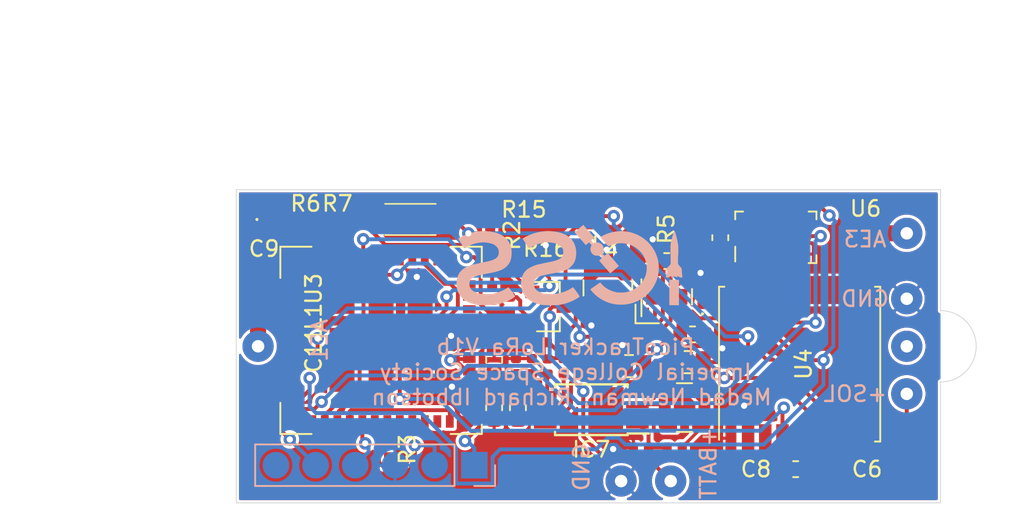
<source format=kicad_pcb>
(kicad_pcb (version 20171130) (host pcbnew "(5.1.2)-1")
  (title_block (title "PCB for Lora Pico Tracker") (date 2019-10-21) (company "Imperial College Space Society") (comment 1 "Richard Ibbotson, Medad Newman"))
  (layers (0 F.Cu signal) (31 B.Cu signal) (34 B.Paste user) (35 F.Paste user) (36 B.SilkS user) (37 F.SilkS user) (38 B.Mask user hide) (39 F.Mask user hide) (44 Edge.Cuts user))
  (net 0 "")
  (net 1 GND)
  (net 2 "Net-(C9-Pad1)")
  (net 3 /I2C1_SDA)
  (net 4 /I2C1_SCL)
  (net 5 /RESET)
  (net 6 "Net-(R3-Pad1)")
  (net 7 "Net-(AE1-Pad1)")
  (net 8 "Net-(D1-Pad2)")
  (net 9 /LED)
  (net 10 /SWITCH)
  (net 11 +SOL)
  (net 12 "Net-(AE3-Pad1)")
  (net 13 +BATT)
  (net 14 "Net-(C4-Pad1)")
  (net 15 VCC)
  (net 16 "Net-(C15-Pad2)")
  (net 17 "Net-(C15-Pad1)")
  (net 18 "Net-(C16-Pad1)")
  (net 19 "Net-(C17-Pad2)")
  (net 20 /GPS_TIMEPULSE)
  (net 21 "Net-(IC7-Pad3)")
  (net 22 /SENSOR_EN)
  (net 23 /SWDIO)
  (net 24 "Net-(L2-Pad2)")
  (net 25 /SWCLK)
  (net 26 /BATT_PWR_MEASURE)
  (net 27 "Net-(C13-Pad1)")
  (net 28 "Net-(Q1-Pad1)")
  (net 29 /SOLAR_VOLTS)
  (net 30 /BATT_VOLTS)
  (net 31 /TCXO_EN)
  (net 32 /GPS_BCKP)
  (net 33 SENSOR_VCC)
  (module Resistor_SMD:R_0402_1005Metric (layer F.Cu) (at 284.584 164.973)
    (fp_text reference R15 (at 0.531 -3.683) (layer F.SilkS))
    (fp_text value 100K)
    (pad 2 smd roundrect (at 0.485 0) (size 0.59 0.64) (layers F.Cu F.Paste F.Mask) (net 30 /BATT_VOLTS))
    (pad 1 smd roundrect (at -0.485 0) (size 0.59 0.64) (layers F.Cu F.Paste F.Mask) (net 28 "Net-(Q1-Pad1)"))
  )
  (module Resistor_SMD:R_0402_1005Metric (layer F.Cu) (at 286.512 164.973)
    (fp_text reference R16 (at 0 -1.17) (layer F.SilkS))
    (fp_text value 100K)
    (pad 2 smd roundrect (at 0.485 0) (size 0.59 0.64) (layers F.Cu F.Paste F.Mask) (net 1 GND))
    (pad 1 smd roundrect (at -0.485 0) (size 0.59 0.64) (layers F.Cu F.Paste F.Mask) (net 30 /BATT_VOLTS))
  )
  (module flight-computer:L_Coilcraft_LPS3015 (layer F.Cu) (at 295.402 173.99)
    (fp_text reference L3 hide)
    (fp_text value 10uH)
    (pad 2 smd rect (at 0.78994 0.72898 135) (size 0.3 0.58) (layers F.Cu F.Paste F.Mask) (net 11 +SOL))
    (pad 2 smd rect (at 1.397 1.27 135.7) (size 0.36 0.36) (layers F.Cu F.Paste F.Mask) (net 11 +SOL))
    (pad 2 smd rect (at 0.94 1.175) (size 0.91 0.7) (layers F.Cu F.Paste F.Mask) (net 11 +SOL))
    (pad 2 smd rect (at 1.397 -1.27 225) (size 0.36 0.36) (layers F.Cu F.Paste F.Mask) (net 11 +SOL))
    (pad 2 smd rect (at 0.78994 -0.7239 225) (size 0.3 0.58) (layers F.Cu F.Paste F.Mask) (net 11 +SOL))
    (pad 2 smd rect (at 0.94 -1.175) (size 0.91 0.7) (layers F.Cu F.Paste F.Mask) (net 11 +SOL))
    (pad 2 smd rect (at 1.27 0) (size 0.76 2.54) (layers F.Cu F.Paste F.Mask) (net 11 +SOL))
    (pad 1 smd rect (at -0.79248 0.7239 225) (size 0.3 0.58) (layers F.Cu F.Paste F.Mask) (net 21 "Net-(IC7-Pad3)"))
    (pad 1 smd rect (at -0.94 1.175) (size 0.91 0.7) (layers F.Cu F.Paste F.Mask) (net 21 "Net-(IC7-Pad3)"))
    (pad 1 smd rect (at -1.397 1.27 225.5) (size 0.36 0.36) (layers F.Cu F.Paste F.Mask) (net 21 "Net-(IC7-Pad3)"))
    (pad 1 smd rect (at -1.397 -1.27 135) (size 0.36 0.36) (layers F.Cu F.Paste F.Mask) (net 21 "Net-(IC7-Pad3)"))
    (pad 1 smd rect (at -0.79248 -0.72644 135) (size 0.3 0.58) (layers F.Cu F.Paste F.Mask) (net 21 "Net-(IC7-Pad3)"))
    (pad 1 smd rect (at -0.94 -1.175) (size 0.91 0.7) (layers F.Cu F.Paste F.Mask) (net 21 "Net-(IC7-Pad3)"))
    (pad 1 smd rect (at -1.27 0) (size 0.76 2.54) (layers F.Cu F.Paste F.Mask) (net 21 "Net-(IC7-Pad3)"))
  )
  (module flight-computer:L_Coilcraft_LPS3015 (layer F.Cu) (at 290.481 166.319 270)
    (fp_text reference L2 (at -2.743 0.159 180) (layer F.SilkS))
    (fp_text value 2.2uH)
    (pad 2 smd rect (at 0.78994 0.72898 45) (size 0.3 0.58) (layers F.Cu F.Paste F.Mask) (net 24 "Net-(L2-Pad2)"))
    (pad 2 smd rect (at 1.397 1.27 45.7) (size 0.36 0.36) (layers F.Cu F.Paste F.Mask) (net 24 "Net-(L2-Pad2)"))
    (pad 2 smd rect (at 0.94 1.175 270) (size 0.91 0.7) (layers F.Cu F.Paste F.Mask) (net 24 "Net-(L2-Pad2)"))
    (pad 2 smd rect (at 1.397 -1.27 135) (size 0.36 0.36) (layers F.Cu F.Paste F.Mask) (net 24 "Net-(L2-Pad2)"))
    (pad 2 smd rect (at 0.78994 -0.7239 135) (size 0.3 0.58) (layers F.Cu F.Paste F.Mask) (net 24 "Net-(L2-Pad2)"))
    (pad 2 smd rect (at 0.94 -1.175 270) (size 0.91 0.7) (layers F.Cu F.Paste F.Mask) (net 24 "Net-(L2-Pad2)"))
    (pad 2 smd rect (at 1.27 0 270) (size 0.76 2.54) (layers F.Cu F.Paste F.Mask) (net 24 "Net-(L2-Pad2)"))
    (pad 1 smd rect (at -0.79248 0.7239 135) (size 0.3 0.58) (layers F.Cu F.Paste F.Mask) (net 15 VCC))
    (pad 1 smd rect (at -0.94 1.175 270) (size 0.91 0.7) (layers F.Cu F.Paste F.Mask) (net 15 VCC))
    (pad 1 smd rect (at -1.397 1.27 135.5) (size 0.36 0.36) (layers F.Cu F.Paste F.Mask) (net 15 VCC))
    (pad 1 smd rect (at -1.397 -1.27 45) (size 0.36 0.36) (layers F.Cu F.Paste F.Mask) (net 15 VCC))
    (pad 1 smd rect (at -0.79248 -0.72644 45) (size 0.3 0.58) (layers F.Cu F.Paste F.Mask) (net 15 VCC))
    (pad 1 smd rect (at -0.94 -1.175 270) (size 0.91 0.7) (layers F.Cu F.Paste F.Mask) (net 15 VCC))
    (pad 1 smd rect (at -1.27 0 270) (size 0.76 2.54) (layers F.Cu F.Paste F.Mask) (net 15 VCC))
  )
  (module Resistor_SMD:R_0402_1005Metric (layer F.Cu) (at 295.402 162.537 90)
    (fp_text reference R5 (at 0 -1.17 90) (layer F.SilkS))
    (fp_text value 4.7K)
    (pad 2 smd roundrect (at 0.485 0 90) (size 0.59 0.64) (layers F.Cu F.Paste F.Mask) (net 4 /I2C1_SCL))
    (pad 1 smd roundrect (at -0.485 0 90) (size 0.59 0.64) (layers F.Cu F.Paste F.Mask) (net 33 SENSOR_VCC))
  )
  (module Resistor_SMD:R_0402_1005Metric (layer F.Cu) (at 296.418 162.56 90)
    (fp_text reference R4 hide)
    (fp_text value 4.7K)
    (pad 2 smd roundrect (at 0.485 0 90) (size 0.59 0.64) (layers F.Cu F.Paste F.Mask) (net 3 /I2C1_SDA))
    (pad 1 smd roundrect (at -0.485 0 90) (size 0.59 0.64) (layers F.Cu F.Paste F.Mask) (net 33 SENSOR_VCC))
  )
  (module Capacitor_SMD:C_0402_1005Metric (layer F.Cu) (at 284.226 167.386 270)
    (fp_text reference C13 hide)
    (fp_text value 100nF)
    (pad 2 smd roundrect (at 0.485 0 270) (size 0.59 0.64) (layers F.Cu F.Paste F.Mask) (net 26 /BATT_PWR_MEASURE))
    (pad 1 smd roundrect (at -0.485 0 270) (size 0.59 0.64) (layers F.Cu F.Paste F.Mask) (net 27 "Net-(C13-Pad1)"))
  )
  (module Capacitor_SMD:C_0603_1608Metric (layer F.Cu) (at 283.21 170.942 90)
    (fp_text reference C7)
    (fp_text value 1uF)
    (pad 1 smd roundrect (at -0.7875 0 90) (size 0.875 0.95) (layers F.Cu F.Paste F.Mask) (net 15 VCC))
    (pad 2 smd roundrect (at 0.7875 0 90) (size 0.875 0.95) (layers F.Cu F.Paste F.Mask) (net 1 GND))
  )
  (module Capacitor_SMD:C_0402_1005Metric (layer F.Cu) (at 283.464 168.91)
    (fp_text reference C5)
    (fp_text value 100nF)
    (pad 1 smd roundrect (at -0.485 0) (size 0.59 0.64) (layers F.Cu F.Paste F.Mask) (net 15 VCC))
    (pad 2 smd roundrect (at 0.485 0) (size 0.59 0.64) (layers F.Cu F.Paste F.Mask) (net 1 GND))
  )
  (module flight-computer:EVPAWCD4A (layer F.Cu) (at 277.375 161.925 180)
    (fp_text reference SW1 hide)
    (fp_text value SW_Push hide)
    (pad 2 smd rect (at -2.1 0 180) (size 0.55 1.5) (layers F.Cu F.Paste F.Mask) (net 15 VCC))
    (pad 1 smd rect (at 1.15 0 180) (size 0.55 1.5) (layers F.Cu F.Paste F.Mask) (net 10 /SWITCH))
  )
  (module Connector_Wire:SolderWirePad_1x01_Drill0.8mm (layer B.Cu) (at 309.626 173.101)
    (fp_text reference +SOL (at -3.302 0) (layer B.SilkS) (effects (justify mirror)))
    (fp_text value +SOL)
    (pad 1 thru_hole circle (at 0 0) (size 1.99898 1.99898) (drill 0.8001) (layers *.Cu *.Mask) (net 11 +SOL))
  )
  (module Resistor_SMD:R_0402_1005Metric (layer F.Cu) (at 282.956 163.068 270)
    (fp_text reference R2 (at -0.127 -1.397 90) (layer F.SilkS))
    (fp_text value 100K)
    (pad 2 smd roundrect (at 0.485 0 270) (size 0.59 0.64) (layers F.Cu F.Paste F.Mask) (net 29 /SOLAR_VOLTS))
    (pad 1 smd roundrect (at -0.485 0 270) (size 0.59 0.64) (layers F.Cu F.Paste F.Mask) (net 11 +SOL))
  )
  (module Resistor_SMD:R_0402_1005Metric (layer F.Cu) (at 271.145 161.925)
    (fp_text reference R6 (at 0 -1.016) (layer F.SilkS))
    (fp_text value R)
    (pad 2 smd roundrect (at 0.485 0) (size 0.59 0.64) (layers F.Cu F.Paste F.Mask) (net 9 /LED))
    (pad 1 smd roundrect (at -0.485 0) (size 0.59 0.64) (layers F.Cu F.Paste F.Mask) (net 8 "Net-(D1-Pad2)"))
  )
  (module LED_SMD:LED_0402_1005Metric (layer F.Cu) (at 269.113 161.925)
    (fp_text reference D1 hide)
    (fp_text value LED)
    (pad 2 smd roundrect (at 0.485 0) (size 0.59 0.64) (layers F.Cu F.Paste F.Mask) (net 8 "Net-(D1-Pad2)"))
    (pad 1 smd roundrect (at -0.485 0) (size 0.59 0.64) (layers F.Cu F.Paste F.Mask) (net 1 GND))
  )
  (module Resistor_SMD:R_0402_1005Metric (layer F.Cu) (at 283.083 166.624 270)
    (fp_text reference R9 hide)
    (fp_text value 100K)
    (pad 2 smd roundrect (at 0.485 0 270) (size 0.59 0.64) (layers F.Cu F.Paste F.Mask) (net 1 GND))
    (pad 1 smd roundrect (at -0.485 0 270) (size 0.59 0.64) (layers F.Cu F.Paste F.Mask) (net 29 /SOLAR_VOLTS))
  )
  (module Capacitor_SMD:C_0402_1005Metric (layer F.Cu) (at 305.077 177.673)
    (fp_text reference C6 (at 2.009 0.254) (layer F.SilkS))
    (fp_text value 100nF)
    (pad 2 smd roundrect (at 0.485 0) (size 0.59 0.64) (layers F.Cu F.Paste F.Mask) (net 1 GND))
    (pad 1 smd roundrect (at -0.485 0) (size 0.59 0.64) (layers F.Cu F.Paste F.Mask) (net 33 SENSOR_VCC))
  )
  (module flight-computer:ICSS_Logo (layer B.Cu) (at 288.036 164.846 180)
    (fp_text reference J6 hide)
    (fp_text value "ICSS LOGO" hide)
  )
  (module Resistor_SMD:R_0402_1005Metric (layer F.Cu) (at 286.131 169.799 180)
    (fp_text reference R1 hide)
    (fp_text value 10K)
    (pad 2 smd roundrect (at 0.485 0 180) (size 0.59 0.64) (layers F.Cu F.Paste F.Mask) (net 27 "Net-(C13-Pad1)"))
    (pad 1 smd roundrect (at -0.485 0 180) (size 0.59 0.64) (layers F.Cu F.Paste F.Mask) (net 13 +BATT))
  )
  (module Package_TO_SOT_SMD:SOT-23 (layer F.Cu) (at 286.655 167.513)
    (fp_text reference Q1 hide)
    (fp_text value Q_PMOS_DGS)
    (pad 3 smd rect (at 1 0) (size 0.9 0.8) (layers F.Cu F.Paste F.Mask) (net 13 +BATT))
    (pad 2 smd rect (at -1 0.95) (size 0.9 0.8) (layers F.Cu F.Paste F.Mask) (net 27 "Net-(C13-Pad1)"))
    (pad 1 smd rect (at -1 -0.95) (size 0.9 0.8) (layers F.Cu F.Paste F.Mask) (net 28 "Net-(Q1-Pad1)"))
  )
  (module flight-computer:special_test_pads (layer B.Cu) (at 281.94 177.673 90)
    (fp_text reference J1 hide)
    (fp_text value Conn_01x06 hide)
    (pad 6 smd oval (at 0 -12.7 90) (size 1.7 1.7) (layers B.Cu B.Mask))
    (pad 5 smd oval (at 0 -10.16 90) (size 1.7 1.7) (layers B.Cu B.Mask) (net 5 /RESET))
    (pad 4 smd oval (at 0 -7.62 90) (size 1.7 1.7) (layers B.Cu B.Mask) (net 23 /SWDIO))
    (pad 3 smd oval (at 0 -5.08 90) (size 1.7 1.7) (layers B.Cu B.Mask) (net 1 GND))
    (pad 2 smd oval (at 0 -2.54 90) (size 1.7 1.7) (layers B.Cu B.Mask) (net 25 /SWCLK))
    (pad 1 smd rect (at 0 0 90) (size 1.7 1.7) (layers B.Cu B.Mask) (net 15 VCC))
  )
  (module Diode_SMD:D_0402_1005Metric (layer F.Cu) (at 296.545 166.885 90)
    (fp_text reference D2 hide)
    (fp_text value D_Schottky)
    (pad 2 smd roundrect (at 0.485 0 90) (size 0.59 0.64) (layers F.Cu F.Paste F.Mask) (net 1 GND))
    (pad 1 smd roundrect (at -0.485 0 90) (size 0.59 0.64) (layers F.Cu F.Paste F.Mask) (net 13 +BATT))
  )
  (module Capacitor_SMD:C_0805_2012Metric (layer F.Cu) (at 291.846 171.323)
    (fp_text reference C17 hide)
    (fp_text value 22uF)
    (pad 2 smd roundrect (at 0.9375 0) (size 0.975 1.4) (layers F.Cu F.Paste F.Mask) (net 19 "Net-(C17-Pad2)"))
    (pad 1 smd roundrect (at -0.9375 0) (size 0.975 1.4) (layers F.Cu F.Paste F.Mask) (net 1 GND))
  )
  (module RF_GPS:ublox_MAX (layer F.Cu) (at 302.768 171.196 90)
    (fp_text reference U4 (at 0 0.254 90) (layer F.SilkS))
    (fp_text value MAX-M8C)
    (pad 18 smd rect (at 4.75 -4.4 90) (size 1.8 0.7) (layers F.Cu F.Paste F.Mask))
    (pad 17 smd rect (at 4.75 -3.3 90) (size 1.8 0.8) (layers F.Cu F.Paste F.Mask) (net 4 /I2C1_SCL))
    (pad 16 smd rect (at 4.75 -2.2 90) (size 1.8 0.8) (layers F.Cu F.Paste F.Mask) (net 3 /I2C1_SDA))
    (pad 15 smd rect (at 4.75 -1.1 90) (size 1.8 0.8) (layers F.Cu F.Paste F.Mask))
    (pad 14 smd rect (at 4.75 0 90) (size 1.8 0.8) (layers F.Cu F.Paste F.Mask))
    (pad 13 smd rect (at 4.75 1.1 90) (size 1.8 0.8) (layers F.Cu F.Paste F.Mask) (net 1 GND))
    (pad 12 smd rect (at 4.75 2.2 90) (size 1.8 0.8) (layers F.Cu F.Paste F.Mask) (net 1 GND))
    (pad 11 smd rect (at 4.75 3.3 90) (size 1.8 0.8) (layers F.Cu F.Paste F.Mask) (net 12 "Net-(AE3-Pad1)"))
    (pad 10 smd rect (at 4.75 4.4 90) (size 1.8 0.7) (layers F.Cu F.Paste F.Mask) (net 1 GND))
    (pad 9 smd rect (at -4.75 4.4 90) (size 1.8 0.7) (layers F.Cu F.Paste F.Mask) (net 33 SENSOR_VCC))
    (pad 8 smd rect (at -4.75 3.3 90) (size 1.8 0.8) (layers F.Cu F.Paste F.Mask) (net 33 SENSOR_VCC))
    (pad 7 smd rect (at -4.75 2.2 90) (size 1.8 0.8) (layers F.Cu F.Paste F.Mask) (net 33 SENSOR_VCC))
    (pad 6 smd rect (at -4.75 1.1 90) (size 1.8 0.8) (layers F.Cu F.Paste F.Mask) (net 32 /GPS_BCKP))
    (pad 5 smd rect (at -4.75 0 90) (size 1.8 0.8) (layers F.Cu F.Paste F.Mask))
    (pad 4 smd rect (at -4.75 -1.1 90) (size 1.8 0.8) (layers F.Cu F.Paste F.Mask) (net 20 /GPS_TIMEPULSE))
    (pad 3 smd rect (at -4.75 -2.2 90) (size 1.8 0.8) (layers F.Cu F.Paste F.Mask))
    (pad 2 smd rect (at -4.75 -3.3 90) (size 1.8 0.8) (layers F.Cu F.Paste F.Mask))
    (pad 1 smd rect (at -4.75 -4.4 90) (size 1.8 0.7) (layers F.Cu F.Paste F.Mask) (net 1 GND))
  )
  (module Package_SON:WSON-12-1EP_3x2mm_P0.5mm_EP1x2.65 (layer F.Cu) (at 294.259 166.878 90)
    (fp_text reference U2 hide)
    (fp_text value TPS62740)
    (pad 13 smd rect (at 0 0 90) (size 1 2.65) (layers F.Cu F.Mask))
    (pad 12 smd rect (at 0.95 -1.25 90) (size 0.5 0.25) (layers F.Cu F.Paste F.Mask) (net 13 +BATT))
    (pad 11 smd rect (at 0.95 -0.75 90) (size 0.5 0.25) (layers F.Cu F.Paste F.Mask) (net 1 GND))
    (pad 10 smd rect (at 0.95 -0.25 90) (size 0.5 0.25) (layers F.Cu F.Paste F.Mask) (net 1 GND))
    (pad 9 smd rect (at 0.95 0.25 90) (size 0.5 0.25) (layers F.Cu F.Paste F.Mask) (net 13 +BATT))
    (pad 8 smd rect (at 0.95 0.75 90) (size 0.5 0.25) (layers F.Cu F.Paste F.Mask) (net 13 +BATT))
    (pad 7 smd rect (at 0.95 1.25 90) (size 0.5 0.25) (layers F.Cu F.Paste F.Mask))
    (pad 6 smd rect (at -0.95 1.25 90) (size 0.5 0.25) (layers F.Cu F.Paste F.Mask) (net 33 SENSOR_VCC))
    (pad 5 smd rect (at -0.95 0.75 90) (size 0.5 0.25) (layers F.Cu F.Paste F.Mask) (net 15 VCC))
    (pad 4 smd rect (at -0.95 0.25 90) (size 0.5 0.25) (layers F.Cu F.Paste F.Mask) (net 22 /SENSOR_EN))
    (pad 3 smd rect (at -0.95 -0.25 90) (size 0.5 0.25) (layers F.Cu F.Paste F.Mask) (net 1 GND))
    (pad 2 smd rect (at -0.95 -0.75 90) (size 0.5 0.25) (layers F.Cu F.Paste F.Mask) (net 24 "Net-(L2-Pad2)"))
    (pad 1 smd rect (at -0.95 -1.25 90) (size 0.5 0.25) (layers F.Cu F.Paste F.Mask) (net 13 +BATT))
  )
  (module Connector_Wire:SolderWirePad_1x01_Drill0.8mm (layer B.Cu) (at 309.626 170.053)
    (fp_text reference SolarCellMount1 hide)
    (fp_text value Unconnected)
    (pad 1 thru_hole circle (at 0 0) (size 1.99898 1.99898) (drill 0.8001) (layers *.Cu *.Mask))
  )
  (module Resistor_SMD:R_0402_1005Metric (layer F.Cu) (at 284.607 171.323 270)
    (fp_text reference R14 hide)
    (fp_text value 5.1M)
    (pad 2 smd roundrect (at 0.485 0 270) (size 0.59 0.64) (layers F.Cu F.Paste F.Mask) (net 18 "Net-(C16-Pad1)"))
    (pad 1 smd roundrect (at -0.485 0 270) (size 0.59 0.64) (layers F.Cu F.Paste F.Mask) (net 1 GND))
  )
  (module Resistor_SMD:R_0402_1005Metric (layer F.Cu) (at 286.639 171.346 90)
    (fp_text reference R13 hide)
    (fp_text value 10M)
    (pad 2 smd roundrect (at 0.485 0 90) (size 0.59 0.64) (layers F.Cu F.Paste F.Mask) (net 13 +BATT))
    (pad 1 smd roundrect (at -0.485 0 90) (size 0.59 0.64) (layers F.Cu F.Paste F.Mask) (net 18 "Net-(C16-Pad1)"))
  )
  (module Resistor_SMD:R_0402_1005Metric (layer F.Cu) (at 289.156 170.815 180)
    (fp_text reference R12 hide)
    (fp_text value 1Ohm)
    (pad 2 smd roundrect (at 0.485 0 180) (size 0.59 0.64) (layers F.Cu F.Paste F.Mask) (net 13 +BATT))
    (pad 1 smd roundrect (at -0.485 0 180) (size 0.59 0.64) (layers F.Cu F.Paste F.Mask) (net 19 "Net-(C17-Pad2)"))
  )
  (module Resistor_SMD:R_0402_1005Metric (layer F.Cu) (at 287.655 171.323 270)
    (fp_text reference R11 hide)
    (fp_text value 1K)
    (pad 2 smd roundrect (at 0.485 0 270) (size 0.59 0.64) (layers F.Cu F.Paste F.Mask) (net 16 "Net-(C15-Pad2)"))
    (pad 1 smd roundrect (at -0.485 0 270) (size 0.59 0.64) (layers F.Cu F.Paste F.Mask) (net 13 +BATT))
  )
  (module Resistor_SMD:R_0402_1005Metric (layer F.Cu) (at 289.179 171.831 180)
    (fp_text reference R10 hide)
    (fp_text value 1K)
    (pad 2 smd roundrect (at 0.485 0 180) (size 0.59 0.64) (layers F.Cu F.Paste F.Mask) (net 17 "Net-(C15-Pad1)"))
    (pad 1 smd roundrect (at -0.485 0 180) (size 0.59 0.64) (layers F.Cu F.Paste F.Mask) (net 19 "Net-(C17-Pad2)"))
  )
  (module Resistor_SMD:R_0402_1005Metric (layer F.Cu) (at 294.767 176.53 180)
    (fp_text reference R8 hide)
    (fp_text value 1K)
    (pad 2 smd roundrect (at 0.485 0 180) (size 0.59 0.64) (layers F.Cu F.Paste F.Mask) (net 14 "Net-(C4-Pad1)"))
    (pad 1 smd roundrect (at -0.485 0 180) (size 0.59 0.64) (layers F.Cu F.Paste F.Mask) (net 11 +SOL))
  )
  (module Resistor_SMD:R_0402_1005Metric (layer F.Cu) (at 276.479 176.657 270)
    (fp_text reference R3 (at 0 -1.17 90) (layer F.SilkS))
    (fp_text value 10K)
    (pad 2 smd roundrect (at 0.485 0 270) (size 0.59 0.64) (layers F.Cu F.Paste F.Mask) (net 1 GND))
    (pad 1 smd roundrect (at -0.485 0 270) (size 0.59 0.64) (layers F.Cu F.Paste F.Mask) (net 6 "Net-(R3-Pad1)"))
  )
  (module Capacitor_SMD:C_0402_1005Metric (layer F.Cu) (at 267.97 166.497 90)
    (fp_text reference L1 (at -1.651 3.683 90) (layer F.SilkS))
    (fp_text value NF)
    (pad 2 smd roundrect (at 0.485 0 90) (size 0.59 0.64) (layers F.Cu F.Paste F.Mask) (net 2 "Net-(C9-Pad1)"))
    (pad 1 smd roundrect (at -0.485 0 90) (size 0.59 0.64) (layers F.Cu F.Paste F.Mask) (net 7 "Net-(AE1-Pad1)"))
  )
  (module Connector_Wire:SolderWirePad_1x01_Drill0.8mm (layer B.Cu) (at 291.338 178.689 90)
    (fp_text reference GND (at 0.889 -2.54 -90) (layer B.SilkS) (effects (justify mirror)))
    (fp_text value BATT_GND)
    (pad 1 thru_hole circle (at 0 0 90) (size 1.99898 1.99898) (drill 0.8001) (layers *.Cu *.Mask) (net 1 GND))
  )
  (module Connector_Wire:SolderWirePad_1x01_Drill0.8mm (layer B.Cu) (at 294.513 178.689 90)
    (fp_text reference +BATT (at 1.143 2.413 -90) (layer B.SilkS) (effects (justify mirror)))
    (fp_text value BATT_V+)
    (pad 1 thru_hole circle (at 0 0 90) (size 1.99898 1.99898) (drill 0.8001) (layers *.Cu *.Mask) (net 13 +BATT))
  )
  (module Capacitor_SMD:C_0402_1005Metric (layer F.Cu) (at 285.623 171.323 90)
    (fp_text reference C16 hide)
    (fp_text value 1nF)
    (pad 2 smd roundrect (at 0.485 0 90) (size 0.59 0.64) (layers F.Cu F.Paste F.Mask) (net 1 GND))
    (pad 1 smd roundrect (at -0.485 0 90) (size 0.59 0.64) (layers F.Cu F.Paste F.Mask) (net 18 "Net-(C16-Pad1)"))
  )
  (module Capacitor_SMD:C_0603_1608Metric (layer F.Cu) (at 284.734 173.99 90)
    (fp_text reference C15 hide)
    (fp_text value 1uF)
    (pad 2 smd roundrect (at 0.7875 0 90) (size 0.875 0.95) (layers F.Cu F.Paste F.Mask) (net 16 "Net-(C15-Pad2)"))
    (pad 1 smd roundrect (at -0.7875 0 90) (size 0.875 0.95) (layers F.Cu F.Paste F.Mask) (net 17 "Net-(C15-Pad1)"))
  )
  (module Capacitor_SMD:C_0603_1608Metric (layer F.Cu) (at 297.688 163.0935 90)
    (fp_text reference C14 hide)
    (fp_text value 220nF)
    (pad 2 smd roundrect (at 0.7875 0 90) (size 0.875 0.95) (layers F.Cu F.Paste F.Mask) (net 1 GND))
    (pad 1 smd roundrect (at -0.7875 0 90) (size 0.875 0.95) (layers F.Cu F.Paste F.Mask) (net 33 SENSOR_VCC))
  )
  (module Capacitor_SMD:C_0603_1608Metric (layer F.Cu) (at 295.91 169.291)
    (fp_text reference C12 hide)
    (fp_text value 10uF)
    (pad 2 smd roundrect (at 0.7875 0) (size 0.875 0.95) (layers F.Cu F.Paste F.Mask) (net 1 GND))
    (pad 1 smd roundrect (at -0.7875 0) (size 0.875 0.95) (layers F.Cu F.Paste F.Mask) (net 15 VCC))
  )
  (module Capacitor_SMD:C_0402_1005Metric (layer F.Cu) (at 268.478 168.021)
    (fp_text reference C11 (at 3.175 2.286 90) (layer F.SilkS))
    (fp_text value NF)
    (pad 2 smd roundrect (at 0.485 0) (size 0.59 0.64) (layers F.Cu F.Paste F.Mask) (net 1 GND))
    (pad 1 smd roundrect (at -0.485 0) (size 0.59 0.64) (layers F.Cu F.Paste F.Mask) (net 7 "Net-(AE1-Pad1)"))
  )
  (module Capacitor_SMD:C_0402_1005Metric (layer F.Cu) (at 268.478 164.973)
    (fp_text reference C9 (at 0 -1.17) (layer F.SilkS))
    (fp_text value NF)
    (pad 2 smd roundrect (at 0.485 0) (size 0.59 0.64) (layers F.Cu F.Paste F.Mask) (net 1 GND))
    (pad 1 smd roundrect (at -0.485 0) (size 0.59 0.64) (layers F.Cu F.Paste F.Mask) (net 2 "Net-(C9-Pad1)"))
  )
  (module Capacitor_SMD:C_0603_1608Metric (layer F.Cu) (at 302.514 177.927 180)
    (fp_text reference C8 (at 2.54 0) (layer F.SilkS))
    (fp_text value 10uF)
    (pad 2 smd roundrect (at 0.7875 0 180) (size 0.875 0.95) (layers F.Cu F.Paste F.Mask) (net 1 GND))
    (pad 1 smd roundrect (at -0.7875 0 180) (size 0.875 0.95) (layers F.Cu F.Paste F.Mask) (net 33 SENSOR_VCC))
  )
  (module Capacitor_SMD:C_0402_1005Metric (layer F.Cu) (at 292.608 176.53 180)
    (fp_text reference C4 hide)
    (fp_text value 1nF)
    (pad 2 smd roundrect (at 0.485 0 180) (size 0.59 0.64) (layers F.Cu F.Paste F.Mask) (net 1 GND))
    (pad 1 smd roundrect (at -0.485 0 180) (size 0.59 0.64) (layers F.Cu F.Paste F.Mask) (net 14 "Net-(C4-Pad1)"))
  )
  (module Capacitor_SMD:C_0805_2012Metric (layer F.Cu) (at 295.656 171.069 180)
    (fp_text reference C3 hide)
    (fp_text value 4.7uF)
    (pad 2 smd roundrect (at 0.9375 0 180) (size 0.975 1.4) (layers F.Cu F.Paste F.Mask) (net 1 GND))
    (pad 1 smd roundrect (at -0.9375 0 180) (size 0.975 1.4) (layers F.Cu F.Paste F.Mask) (net 11 +SOL))
  )
  (module Capacitor_SMD:C_0603_1608Metric (layer F.Cu) (at 294.259 164.592 180)
    (fp_text reference C2 hide)
    (fp_text value 10uF)
    (pad 2 smd roundrect (at 0.7875 0 180) (size 0.875 0.95) (layers F.Cu F.Paste F.Mask) (net 1 GND))
    (pad 1 smd roundrect (at -0.7875 0 180) (size 0.875 0.95) (layers F.Cu F.Paste F.Mask) (net 13 +BATT))
  )
  (module Connector_Wire:SolderWirePad_1x01_Drill0.8mm (layer B.Cu) (at 309.626 162.814)
    (fp_text reference AE3 (at -2.667 0.381) (layer B.SilkS) (effects (justify mirror)))
    (fp_text value "GPS Antenna")
    (pad 1 thru_hole circle (at 0 0) (size 1.99898 1.99898) (drill 0.8001) (layers *.Cu *.Mask) (net 12 "Net-(AE3-Pad1)"))
  )
  (module Package_SO:TSSOP-8_4.4x3mm_P0.65mm (layer F.Cu) (at 289.433 174.117 180)
    (fp_text reference IC7 (at 0 -2.55) (layer F.SilkS))
    (fp_text value SPV1040)
    (pad 8 smd rect (at 2.95 -0.975 180) (size 1.45 0.45) (layers F.Cu F.Paste F.Mask))
    (pad 7 smd rect (at 2.95 -0.325 180) (size 1.45 0.45) (layers F.Cu F.Paste F.Mask) (net 17 "Net-(C15-Pad1)"))
    (pad 6 smd rect (at 2.95 0.325 180) (size 1.45 0.45) (layers F.Cu F.Paste F.Mask) (net 16 "Net-(C15-Pad2)"))
    (pad 5 smd rect (at 2.95 0.975 180) (size 1.45 0.45) (layers F.Cu F.Paste F.Mask) (net 18 "Net-(C16-Pad1)"))
    (pad 4 smd rect (at -2.95 0.975 180) (size 1.45 0.45) (layers F.Cu F.Paste F.Mask) (net 19 "Net-(C17-Pad2)"))
    (pad 3 smd rect (at -2.95 0.325 180) (size 1.45 0.45) (layers F.Cu F.Paste F.Mask) (net 21 "Net-(IC7-Pad3)"))
    (pad 2 smd rect (at -2.95 -0.325 180) (size 1.45 0.45) (layers F.Cu F.Paste F.Mask) (net 1 GND))
    (pad 1 smd rect (at -2.95 -0.975 180) (size 1.45 0.45) (layers F.Cu F.Paste F.Mask) (net 14 "Net-(C4-Pad1)"))
  )
  (module flight-computer:SolderWirePad_1x01_Drill0.8mm (layer F.Cu) (at 312.674 170.053)
    (fp_text reference StringHole1 hide)
    (fp_text value Unconnected)
    (pad "" np_thru_hole circle (at 0 0) (size 0.8 0.8) (drill 0.8) (layers *.Cu *.Mask))
  )
  (module Connector_Wire:SolderWirePad_1x01_Drill0.8mm (layer F.Cu) (at 266.319 169.164)
    (fp_text reference AE1 (at 5.715 0.508 90) (layer B.SilkS) (effects (justify mirror)))
    (fp_text value "Lora Antenna")
    (pad 1 thru_hole circle (at 1.778 0.889) (size 1.99898 1.99898) (drill 0.8001) (layers *.Cu *.Mask) (net 7 "Net-(AE1-Pad1)"))
  )
  (module Resistor_SMD:R_0402_1005Metric (layer F.Cu) (at 273.177 161.925 180)
    (fp_text reference R7 (at 0 1.016) (layer F.SilkS))
    (fp_text value 100K)
    (pad 2 smd roundrect (at 0.485 0 180) (size 0.59 0.64) (layers F.Cu F.Paste F.Mask) (net 1 GND))
    (pad 1 smd roundrect (at -0.485 0 180) (size 0.59 0.64) (layers F.Cu F.Paste F.Mask) (net 10 /SWITCH))
  )
  (module RF_Module:CMWX1ZZABZ (layer F.Cu) (at 275.971 169.672 180)
    (fp_text reference U3 (at 4.318 3.302 90) (layer F.SilkS))
    (fp_text value CMWX1ZZABZ-078)
    (pad 38 smd rect (at 3.6 -5.2 270) (size 0.8 0.5) (layers F.Cu F.Paste F.Mask) (net 22 /SENSOR_EN))
    (pad 26 smd rect (at 5.65 3.6 180) (size 0.8 0.5) (layers F.Cu F.Paste F.Mask) (net 2 "Net-(C9-Pad1)"))
    (pad 25 smd rect (at 5.65 4.4 180) (size 0.8 0.5) (layers F.Cu F.Paste F.Mask) (net 1 GND))
    (pad 24 smd rect (at 4.4 5.2 90) (size 0.8 0.5) (layers F.Cu F.Paste F.Mask) (net 9 /LED))
    (pad 23 smd rect (at 3.6 5.2 90) (size 0.8 0.5) (layers F.Cu F.Paste F.Mask) (net 10 /SWITCH))
    (pad 22 smd rect (at 2.8 5.2 90) (size 0.8 0.5) (layers F.Cu F.Paste F.Mask) (net 30 /BATT_VOLTS))
    (pad 21 smd rect (at 2 5.2 90) (size 0.8 0.5) (layers F.Cu F.Paste F.Mask) (net 29 /SOLAR_VOLTS))
    (pad 20 smd rect (at 1.2 5.2 90) (size 0.8 0.5) (layers F.Cu F.Paste F.Mask) (net 26 /BATT_PWR_MEASURE))
    (pad 19 smd rect (at 0.4 5.2 270) (size 0.8 0.5) (layers F.Cu F.Paste F.Mask) (net 32 /GPS_BCKP))
    (pad 18 smd rect (at -0.4 5.2 270) (size 0.8 0.5) (layers F.Cu F.Paste F.Mask))
    (pad 17 smd rect (at -1.2 5.2 270) (size 0.8 0.5) (layers F.Cu F.Paste F.Mask))
    (pad 16 smd rect (at -2 5.2 270) (size 0.8 0.5) (layers F.Cu F.Paste F.Mask))
    (pad 15 smd rect (at -2.8 5.2 270) (size 0.8 0.5) (layers F.Cu F.Paste F.Mask) (net 20 /GPS_TIMEPULSE))
    (pad 14 smd rect (at -3.6 5.2 270) (size 0.8 0.5) (layers F.Cu F.Paste F.Mask))
    (pad 13 smd rect (at -4.4 5.2 270) (size 0.8 0.5) (layers F.Cu F.Paste F.Mask))
    (pad 12 smd rect (at -5.65 4.4 180) (size 0.8 0.5) (layers F.Cu F.Paste F.Mask))
    (pad 41 smd rect (at 1.2 -5.2 270) (size 0.8 0.5) (layers F.Cu F.Paste F.Mask) (net 23 /SWDIO))
    (pad 40 smd rect (at 2 -5.2 270) (size 0.8 0.5) (layers F.Cu F.Paste F.Mask) (net 31 /TCXO_EN))
    (pad 39 smd rect (at 2.8 -5.2 270) (size 0.8 0.5) (layers F.Cu F.Paste F.Mask))
    (pad 37 smd rect (at 4.4 -5.2 270) (size 0.8 0.5) (layers F.Cu F.Paste F.Mask))
    (pad 36 smd rect (at 5.65 -4.4 180) (size 0.8 0.5) (layers F.Cu F.Paste F.Mask) (net 3 /I2C1_SDA))
    (pad 35 smd rect (at 5.65 -3.6 180) (size 0.8 0.5) (layers F.Cu F.Paste F.Mask) (net 4 /I2C1_SCL))
    (pad 34 smd rect (at 5.65 -2.8 180) (size 0.8 0.5) (layers F.Cu F.Paste F.Mask) (net 5 /RESET))
    (pad 33 smd rect (at 5.65 -2 180) (size 0.8 0.5) (layers F.Cu F.Paste F.Mask))
    (pad 32 smd rect (at 5.65 -1.2 180) (size 0.8 0.5) (layers F.Cu F.Paste F.Mask))
    (pad 31 smd rect (at 5.65 -0.4 180) (size 0.8 0.5) (layers F.Cu F.Paste F.Mask))
    (pad 30 smd rect (at 5.65 0.4 180) (size 0.8 0.5) (layers F.Cu F.Paste F.Mask))
    (pad 29 smd rect (at 5.65 1.2 180) (size 0.8 0.5) (layers F.Cu F.Paste F.Mask))
    (pad 28 smd rect (at 5.65 2 180) (size 0.8 0.5) (layers F.Cu F.Paste F.Mask))
    (pad 27 smd rect (at 5.65 2.8 180) (size 0.8 0.5) (layers F.Cu F.Paste F.Mask) (net 1 GND))
    (pad 11 smd rect (at -5.65 3.6 180) (size 0.8 0.5) (layers F.Cu F.Paste F.Mask))
    (pad 10 smd rect (at -5.65 2.8 180) (size 0.8 0.5) (layers F.Cu F.Paste F.Mask))
    (pad 9 smd rect (at -5.65 2 180) (size 0.8 0.5) (layers F.Cu F.Paste F.Mask))
    (pad 8 smd rect (at -5.65 1.2 180) (size 0.8 0.5) (layers F.Cu F.Paste F.Mask))
    (pad 7 smd rect (at -5.65 0.4 180) (size 0.8 0.5) (layers F.Cu F.Paste F.Mask) (net 1 GND))
    (pad 6 smd rect (at -5.65 -0.4 180) (size 0.8 0.5) (layers F.Cu F.Paste F.Mask) (net 15 VCC))
    (pad 5 smd rect (at -5.65 -1.2 180) (size 0.8 0.5) (layers F.Cu F.Paste F.Mask) (net 15 VCC))
    (pad 4 smd rect (at -5.65 -2 180) (size 0.8 0.5) (layers F.Cu F.Paste F.Mask) (net 15 VCC))
    (pad 3 smd rect (at -5.65 -2.8 180) (size 0.8 0.5) (layers F.Cu F.Paste F.Mask) (net 1 GND))
    (pad 2 smd rect (at -5.65 -3.6 180) (size 0.8 0.5) (layers F.Cu F.Paste F.Mask))
    (pad 1 smd rect (at -5.65 -4.4 180) (size 0.8 0.5) (layers F.Cu F.Paste F.Mask))
    (pad 42 smd rect (at 0.4 -5.2 270) (size 0.8 0.5) (layers F.Cu F.Paste F.Mask) (net 25 /SWCLK))
    (pad 43 smd rect (at -0.4 -5.2 270) (size 0.8 0.5) (layers F.Cu F.Paste F.Mask) (net 6 "Net-(R3-Pad1)"))
    (pad 44 smd rect (at -1.2 -5.2 270) (size 0.8 0.5) (layers F.Cu F.Paste F.Mask) (net 1 GND))
    (pad 45 smd rect (at -2 -5.2 270) (size 0.8 0.5) (layers F.Cu F.Paste F.Mask))
    (pad 46 smd rect (at -2.8 -5.2 270) (size 0.8 0.5) (layers F.Cu F.Paste F.Mask))
    (pad 47 smd rect (at -3.6 -5.2 270) (size 0.8 0.5) (layers F.Cu F.Paste F.Mask))
    (pad 48 smd rect (at -4.4 -5.2 270) (size 0.8 0.5) (layers F.Cu F.Paste F.Mask) (net 31 /TCXO_EN))
    (pad 49 smd rect (at -2.5 -2.5 270) (size 1.6 1.6) (layers F.Cu F.Paste F.Mask) (net 1 GND))
    (pad 50 smd rect (at 0 -2.5 270) (size 1.6 1.6) (layers F.Cu F.Paste F.Mask) (net 1 GND))
    (pad 51 smd rect (at 2.5 -2.5 270) (size 1.6 1.6) (layers F.Cu F.Paste F.Mask) (net 1 GND))
    (pad 52 smd rect (at -2.5 0 270) (size 1.6 1.6) (layers F.Cu F.Paste F.Mask) (net 1 GND))
    (pad 53 smd rect (at 0 0 270) (size 1.6 1.6) (layers F.Cu F.Paste F.Mask) (net 1 GND))
    (pad 54 smd rect (at 2.5 0 270) (size 1.6 1.6) (layers F.Cu F.Paste F.Mask) (net 1 GND))
    (pad 55 smd rect (at -2.5 2.5 270) (size 1.6 1.6) (layers F.Cu F.Paste F.Mask) (net 1 GND))
    (pad 56 smd rect (at 0 2.5 270) (size 1.6 1.6) (layers F.Cu F.Paste F.Mask) (net 1 GND))
    (pad 57 smd rect (at 2.5 2.5 270) (size 1.6 1.6) (layers F.Cu F.Paste F.Mask) (net 1 GND))
  )
  (module Connector_Wire:SolderWirePad_1x01_Drill0.8mm (layer B.Cu) (at 309.626 167.005 90)
    (fp_text reference GND (at 0 -2.667) (layer B.SilkS) (effects (justify mirror)))
    (fp_text value GND)
    (pad 1 thru_hole circle (at 0 0 90) (size 1.99898 1.99898) (drill 0.8001) (layers *.Cu *.Mask) (net 1 GND))
  )
  (module Capacitor_SMD:C_0402_1005Metric (layer F.Cu) (at 268.478 172.466 180)
    (fp_text reference C1 hide)
    (fp_text value 100nF)
    (pad 2 smd roundrect (at 0.485 0 180) (size 0.59 0.64) (layers F.Cu F.Paste F.Mask) (net 1 GND))
    (pad 1 smd roundrect (at -0.485 0 180) (size 0.59 0.64) (layers F.Cu F.Paste F.Mask) (net 5 /RESET))
  )
  (module Capacitor_SMD:C_0603_1608Metric (layer F.Cu) (at 283.21 173.99 270)
    (fp_text reference C10 hide)
    (fp_text value 10uF)
    (pad 2 smd roundrect (at 0.7875 0 270) (size 0.875 0.95) (layers F.Cu F.Paste F.Mask) (net 1 GND))
    (pad 1 smd roundrect (at -0.7875 0 270) (size 0.875 0.95) (layers F.Cu F.Paste F.Mask) (net 15 VCC))
  )
  (module Package_LGA:LGA-8_3x5mm_P1.25mm (layer F.Cu) (at 301.244 163.068 90)
    (fp_text reference U6 (at 1.837 5.745 180) (layer F.SilkS))
    (fp_text value MS5607-02BA)
    (pad 4 smd rect (at -1.075 1.875 90) (size 0.95 0.55) (layers F.Cu F.Paste F.Mask) (net 1 GND))
    (pad 1 smd rect (at -1.075 -1.875 90) (size 0.95 0.55) (layers F.Cu F.Paste F.Mask) (net 33 SENSOR_VCC))
    (pad 2 smd rect (at -1.075 -0.625 90) (size 0.95 0.55) (layers F.Cu F.Paste F.Mask) (net 33 SENSOR_VCC))
    (pad 3 smd rect (at -1.075 0.625 90) (size 0.95 0.55) (layers F.Cu F.Paste F.Mask) (net 1 GND))
    (pad 8 smd rect (at 1.075 -1.875 90) (size 0.95 0.55) (layers F.Cu F.Paste F.Mask) (net 4 /I2C1_SCL))
    (pad 7 smd rect (at 1.075 -0.625 90) (size 0.95 0.55) (layers F.Cu F.Paste F.Mask) (net 3 /I2C1_SDA))
    (pad 6 smd rect (at 1.075 0.625 90) (size 0.95 0.55) (layers F.Cu F.Paste F.Mask))
    (pad 5 smd rect (at 1.075 1.875 90) (size 0.95 0.55) (layers F.Cu F.Paste F.Mask) (net 1 GND))
  )
  (gr_line (start 266.7 160.02) (end 311.785 160.02) (layer Edge.Cuts) (width 0.05))
  (gr_line (start 266.7 180.086) (end 266.7 160.02) (layer Edge.Cuts) (width 0.05))
  (gr_line (start 311.785 180.086) (end 266.7 180.086) (layer Edge.Cuts) (width 0.05))
  (gr_text "PicoTracker LoRa V1b\nImperial College Space Society\nMedad Newman, Richard Ibbotson " (at 287.782 171.704) (layer B.SilkS) (effects (font (size 1 1)) (justify mirror)))
  (gr_line (start 311.785 160.02) (end 311.785 167.767) (layer Edge.Cuts) (width 0.05))
  (gr_arc (start 311.785 170.053) (end 311.785 172.339) (angle -180) (layer Edge.Cuts) (width 0.05))
  (gr_line (start 311.785 180.086) (end 311.785 172.339) (layer Edge.Cuts) (width 0.05))
  (segment (start 294.009 165.1295) (end 293.4715 164.592) (width 0.25) (layer F.Cu) (net 1))
  (segment (start 294.009 165.928) (end 294.009 165.1295) (width 0.25) (layer F.Cu) (net 1))
  (segment (start 293.509 164.6295) (end 293.4715 164.592) (width 0.25) (layer F.Cu) (net 1))
  (segment (start 293.509 165.928) (end 293.509 164.6295) (width 0.25) (layer F.Cu) (net 1))
  (segment (start 296.545 166.4) (end 296.545 165.471681) (width 0.25) (layer F.Cu) (net 1))
  (segment (start 296.545 165.471681) (end 296.42266 165.349341) (width 0.25) (layer F.Cu) (net 1))
  (via (at 296.42266 165.349341) (size 0.8) (drill 0.4) (layers F.Cu B.Cu) (net 1))
  (segment (start 283.9235 170.1545) (end 284.607 170.838) (width 0.25) (layer F.Cu) (net 1))
  (segment (start 283.21 170.1545) (end 283.9235 170.1545) (width 0.25) (layer F.Cu) (net 1))
  (via (at 299.212 173.863) (size 0.8) (drill 0.4) (layers F.Cu B.Cu) (net 1))
  (segment (start 280.566436 169.272) (end 280.452604 169.385832) (width 0.25) (layer F.Cu) (net 1))
  (via (at 280.452604 169.385832) (size 0.8) (drill 0.4) (layers F.Cu B.Cu) (net 1))
  (segment (start 281.621 169.272) (end 280.566436 169.272) (width 0.25) (layer F.Cu) (net 1))
  (via (at 297.815 170.18) (size 0.8) (drill 0.4) (layers F.Cu B.Cu) (net 1))
  (via (at 293.36534 163.19966) (size 0.8) (drill 0.4) (layers F.Cu B.Cu) (net 1))
  (segment (start 300.969011 163.243011) (end 301.869 164.143) (width 0.25) (layer F.Cu) (net 1))
  (segment (start 298.625011 163.243011) (end 300.969011 163.243011) (width 0.25) (layer F.Cu) (net 1))
  (segment (start 297.688 162.306) (end 298.625011 163.243011) (width 0.25) (layer F.Cu) (net 1))
  (segment (start 291.535 174.442) (end 292.51 174.442) (width 0.25) (layer F.Cu) (net 1))
  (segment (start 291.435001 174.541999) (end 291.535 174.442) (width 0.25) (layer F.Cu) (net 1))
  (segment (start 291.338 175.745) (end 291.338 175.582002) (width 0.25) (layer F.Cu) (net 1))
  (segment (start 292.123 176.53) (end 291.338 175.745) (width 0.25) (layer F.Cu) (net 1))
  (segment (start 291.338 175.582002) (end 291.332999 175.577001) (width 0.25) (layer F.Cu) (net 1))
  (segment (start 291.332999 175.577001) (end 291.332999 174.606999) (width 0.25) (layer F.Cu) (net 1))
  (segment (start 291.332999 174.606999) (end 291.397999 174.541999) (width 0.25) (layer F.Cu) (net 1))
  (segment (start 291.397999 174.541999) (end 291.435001 174.541999) (width 0.25) (layer F.Cu) (net 1))
  (via (at 278.257004 165.608) (size 0.8) (drill 0.4) (layers F.Cu B.Cu) (net 1))
  (segment (start 278.471 165.821996) (end 278.257004 165.608) (width 0.25) (layer F.Cu) (net 1))
  (segment (start 278.471 167.172) (end 278.471 165.821996) (width 0.25) (layer F.Cu) (net 1))
  (via (at 286.512 163.576) (size 0.8) (drill 0.4) (layers F.Cu B.Cu) (net 1))
  (segment (start 290.939475 176.53) (end 290.83 176.639475) (width 0.25) (layer F.Cu) (net 1))
  (segment (start 292.123 176.53) (end 290.939475 176.53) (width 0.25) (layer F.Cu) (net 1))
  (via (at 290.83 176.639475) (size 0.8) (drill 0.4) (layers F.Cu B.Cu) (net 1))
  (via (at 289.433 168.71998) (size 0.8) (drill 0.4) (layers F.Cu B.Cu) (net 1))
  (segment (start 290.9085 171.323) (end 290.9085 170.482508) (width 0.2) (layer F.Cu) (net 1))
  (segment (start 289.832999 168.319981) (end 289.433 168.71998) (width 0.2) (layer F.Cu) (net 1))
  (segment (start 290.9085 170.482508) (end 291.014256 170.376752) (width 0.2) (layer F.Cu) (net 1))
  (segment (start 294.009 168.308702) (end 293.53969 168.778012) (width 0.2) (layer F.Cu) (net 1))
  (segment (start 292.47831 168.778012) (end 292.020279 168.319981) (width 0.2) (layer F.Cu) (net 1))
  (segment (start 291.014256 170.376752) (end 291.414255 169.976753) (width 0.2) (layer F.Cu) (net 1))
  (segment (start 292.020279 168.319981) (end 289.832999 168.319981) (width 0.2) (layer F.Cu) (net 1))
  (via (at 291.414255 169.976753) (size 0.8) (drill 0.4) (layers F.Cu B.Cu) (net 1))
  (segment (start 294.009 167.828) (end 294.009 168.308702) (width 0.2) (layer F.Cu) (net 1))
  (segment (start 293.53969 168.778012) (end 292.47831 168.778012) (width 0.2) (layer F.Cu) (net 1))
  (via (at 280.508537 172.646011) (size 0.8) (drill 0.4) (layers F.Cu B.Cu) (net 1))
  (segment (start 281.621 172.472) (end 280.682548 172.472) (width 0.25) (layer F.Cu) (net 1))
  (segment (start 279.942852 172.646011) (end 280.508537 172.646011) (width 0.25) (layer F.Cu) (net 1))
  (segment (start 278.471028 172.172) (end 278.945039 172.646011) (width 0.25) (layer F.Cu) (net 1))
  (segment (start 278.945039 172.646011) (end 279.942852 172.646011) (width 0.25) (layer F.Cu) (net 1))
  (segment (start 280.682548 172.472) (end 280.508537 172.646011) (width 0.25) (layer F.Cu) (net 1))
  (segment (start 268.03 166.072) (end 267.97 166.012) (width 0.5) (layer F.Cu) (net 2))
  (segment (start 270.321 166.072) (end 268.03 166.072) (width 0.5) (layer F.Cu) (net 2))
  (segment (start 267.993 165.989) (end 267.97 166.012) (width 0.5) (layer F.Cu) (net 2))
  (segment (start 267.993 164.973) (end 267.993 165.989) (width 0.5) (layer F.Cu) (net 2))
  (segment (start 270.321 174.072) (end 271.698 174.072) (width 0.25) (layer F.Cu) (net 3))
  (segment (start 271.698 174.072) (end 272.161 173.609) (width 0.25) (layer F.Cu) (net 3))
  (via (at 272.161 173.609) (size 0.8) (drill 0.4) (layers F.Cu B.Cu) (net 3))
  (segment (start 300.619 162.193) (end 300.619 161.993) (width 0.25) (layer F.Cu) (net 3))
  (segment (start 300.018999 162.793001) (end 300.619 162.193) (width 0.25) (layer F.Cu) (net 3))
  (segment (start 298.768999 162.728001) (end 298.833999 162.793001) (width 0.25) (layer F.Cu) (net 3))
  (segment (start 298.768999 162.143005) (end 298.768999 162.728001) (width 0.25) (layer F.Cu) (net 3))
  (segment (start 298.833999 162.793001) (end 300.018999 162.793001) (width 0.25) (layer F.Cu) (net 3))
  (segment (start 298.169484 161.54349) (end 298.768999 162.143005) (width 0.25) (layer F.Cu) (net 3))
  (segment (start 296.94951 161.54349) (end 298.169484 161.54349) (width 0.25) (layer F.Cu) (net 3))
  (segment (start 296.418 162.075) (end 296.94951 161.54349) (width 0.25) (layer F.Cu) (net 3))
  (via (at 303.784 168.529) (size 0.8) (drill 0.4) (layers F.Cu B.Cu) (net 3))
  (segment (start 301.501 168.529) (end 303.784 168.529) (width 0.25) (layer F.Cu) (net 3))
  (segment (start 300.568 167.596) (end 301.501 168.529) (width 0.25) (layer F.Cu) (net 3))
  (segment (start 300.568 166.446) (end 300.568 167.596) (width 0.25) (layer F.Cu) (net 3))
  (segment (start 300.619 162.193) (end 301.419993 162.993993) (width 0.25) (layer F.Cu) (net 3))
  (segment (start 301.419993 162.993993) (end 303.543627 162.993993) (width 0.25) (layer F.Cu) (net 3))
  (segment (start 303.543627 162.993993) (end 304.109312 162.993993) (width 0.25) (layer F.Cu) (net 3))
  (via (at 304.109312 162.993993) (size 0.8) (drill 0.4) (layers F.Cu B.Cu) (net 3))
  (segment (start 303.784 168.529) (end 303.784 163.319305) (width 0.25) (layer B.Cu) (net 3))
  (segment (start 303.784 163.319305) (end 304.109312 162.993993) (width 0.25) (layer B.Cu) (net 3))
  (segment (start 303.218315 168.529) (end 303.784 168.529) (width 0.25) (layer B.Cu) (net 3))
  (segment (start 280.891001 171.921001) (end 281.508001 171.304001) (width 0.25) (layer B.Cu) (net 3))
  (segment (start 272.161 173.609) (end 273.848999 171.921001) (width 0.25) (layer B.Cu) (net 3))
  (segment (start 285.575089 171.304001) (end 288.420091 174.149003) (width 0.25) (layer B.Cu) (net 3))
  (segment (start 291.380423 173.699001) (end 297.921312 173.699001) (width 0.25) (layer B.Cu) (net 3))
  (segment (start 303.091313 168.529) (end 303.218315 168.529) (width 0.25) (layer B.Cu) (net 3))
  (segment (start 273.848999 171.921001) (end 280.891001 171.921001) (width 0.25) (layer B.Cu) (net 3))
  (segment (start 297.921312 173.699001) (end 303.091313 168.529) (width 0.25) (layer B.Cu) (net 3))
  (segment (start 290.930422 174.149003) (end 291.380423 173.699001) (width 0.25) (layer B.Cu) (net 3))
  (segment (start 288.420091 174.149003) (end 290.930422 174.149003) (width 0.25) (layer B.Cu) (net 3))
  (segment (start 281.508001 171.304001) (end 285.575089 171.304001) (width 0.25) (layer B.Cu) (net 3))
  (via (at 271.399 172.085) (size 0.8) (drill 0.4) (layers F.Cu B.Cu) (net 4))
  (segment (start 271.399 172.844) (end 271.399 172.085) (width 0.25) (layer F.Cu) (net 4))
  (segment (start 270.321 173.272) (end 270.971 173.272) (width 0.25) (layer F.Cu) (net 4))
  (segment (start 270.971 173.272) (end 271.399 172.844) (width 0.25) (layer F.Cu) (net 4))
  (segment (start 296.418 161.036) (end 295.402 162.052) (width 0.25) (layer F.Cu) (net 4))
  (segment (start 299.085 161.036) (end 296.418 161.036) (width 0.25) (layer F.Cu) (net 4))
  (segment (start 299.369 161.993) (end 299.369 161.32) (width 0.25) (layer F.Cu) (net 4))
  (segment (start 299.369 161.32) (end 299.085 161.036) (width 0.25) (layer F.Cu) (net 4))
  (via (at 304.292 170.942) (size 0.8) (drill 0.4) (layers F.Cu B.Cu) (net 4))
  (segment (start 302.814 170.942) (end 304.292 170.942) (width 0.25) (layer F.Cu) (net 4))
  (segment (start 299.468 166.446) (end 299.468 167.596) (width 0.25) (layer F.Cu) (net 4))
  (segment (start 299.468 167.596) (end 302.814 170.942) (width 0.25) (layer F.Cu) (net 4))
  (segment (start 299.369 161.993) (end 299.369 161.793) (width 0.25) (layer F.Cu) (net 4))
  (segment (start 299.369 161.793) (end 300.017993 161.144007) (width 0.25) (layer F.Cu) (net 4))
  (segment (start 300.017993 161.144007) (end 304.146007 161.144007) (width 0.25) (layer F.Cu) (net 4))
  (segment (start 304.273001 161.271001) (end 304.673 161.671) (width 0.25) (layer F.Cu) (net 4))
  (segment (start 304.146007 161.144007) (end 304.273001 161.271001) (width 0.25) (layer F.Cu) (net 4))
  (via (at 304.673 161.671) (size 0.8) (drill 0.4) (layers F.Cu B.Cu) (net 4))
  (segment (start 300.469991 176.345011) (end 304.292 172.523002) (width 0.25) (layer B.Cu) (net 4))
  (segment (start 305.072999 162.070999) (end 304.673 161.671) (width 0.25) (layer B.Cu) (net 4))
  (segment (start 291.608538 176.345011) (end 300.469991 176.345011) (width 0.25) (layer B.Cu) (net 4))
  (segment (start 290.481999 175.914474) (end 291.178001 175.914474) (width 0.25) (layer B.Cu) (net 4))
  (segment (start 289.739473 176.657) (end 290.481999 175.914474) (width 0.25) (layer B.Cu) (net 4))
  (segment (start 304.927 170.053) (end 304.927 162.216998) (width 0.25) (layer B.Cu) (net 4))
  (segment (start 283.115001 177.132999) (end 283.591 176.657) (width 0.25) (layer B.Cu) (net 4))
  (segment (start 283.115001 178.783001) (end 283.115001 177.132999) (width 0.25) (layer B.Cu) (net 4))
  (segment (start 283.050001 178.848001) (end 283.115001 178.783001) (width 0.25) (layer B.Cu) (net 4))
  (segment (start 271.399 173.920002) (end 271.812999 174.334001) (width 0.25) (layer B.Cu) (net 4))
  (segment (start 280.829999 178.848001) (end 283.050001 178.848001) (width 0.25) (layer B.Cu) (net 4))
  (segment (start 271.399 172.085) (end 271.399 173.920002) (width 0.25) (layer B.Cu) (net 4))
  (segment (start 271.812999 174.334001) (end 278.536001 174.334001) (width 0.25) (layer B.Cu) (net 4))
  (segment (start 278.536001 174.334001) (end 280.764999 176.562999) (width 0.25) (layer B.Cu) (net 4))
  (segment (start 291.178001 175.914474) (end 291.608538 176.345011) (width 0.25) (layer B.Cu) (net 4))
  (segment (start 280.764999 176.562999) (end 280.764999 178.783001) (width 0.25) (layer B.Cu) (net 4))
  (segment (start 283.591 176.657) (end 289.739473 176.657) (width 0.25) (layer B.Cu) (net 4))
  (segment (start 280.764999 178.783001) (end 280.829999 178.848001) (width 0.25) (layer B.Cu) (net 4))
  (segment (start 304.292 172.523002) (end 304.292 170.688) (width 0.25) (layer B.Cu) (net 4))
  (segment (start 304.292 170.688) (end 304.927 170.053) (width 0.25) (layer B.Cu) (net 4))
  (segment (start 304.927 162.216998) (end 305.072999 162.070999) (width 0.25) (layer B.Cu) (net 4))
  (segment (start 268.969 172.472) (end 268.963 172.466) (width 0.25) (layer F.Cu) (net 5))
  (segment (start 270.321 172.472) (end 268.969 172.472) (width 0.25) (layer F.Cu) (net 5))
  (via (at 270.129 176.022) (size 0.8) (drill 0.4) (layers F.Cu B.Cu) (net 5))
  (segment (start 271.78 177.673) (end 270.129 176.022) (width 0.25) (layer B.Cu) (net 5))
  (segment (start 268.963 172.466) (end 268.963 174.856) (width 0.25) (layer F.Cu) (net 5))
  (segment (start 268.963 174.856) (end 270.129 176.022) (width 0.25) (layer F.Cu) (net 5))
  (segment (start 276.479 174.98) (end 276.371 174.872) (width 0.25) (layer F.Cu) (net 6))
  (segment (start 276.479 176.172) (end 276.479 174.98) (width 0.25) (layer F.Cu) (net 6))
  (segment (start 267.95399 167.03601) (end 267.97 167.03601) (width 1.028) (layer F.Cu) (net 7))
  (segment (start 267.95399 168.55035) (end 267.95399 167.03601) (width 1.028) (layer F.Cu) (net 7))
  (segment (start 268.097 170.053) (end 268.097 168.69336) (width 1.028) (layer F.Cu) (net 7))
  (segment (start 268.097 168.69336) (end 267.95399 168.55035) (width 1.028) (layer F.Cu) (net 7))
  (segment (start 269.598 161.925) (end 270.66 161.925) (width 0.25) (layer F.Cu) (net 8))
  (segment (start 271.571 161.984) (end 271.63 161.925) (width 0.25) (layer F.Cu) (net 9))
  (segment (start 271.571 164.472) (end 271.571 161.984) (width 0.25) (layer F.Cu) (net 9))
  (segment (start 273.662 162.345) (end 273.662 161.925) (width 0.25) (layer F.Cu) (net 10))
  (segment (start 272.371 164.472) (end 272.371 163.636) (width 0.25) (layer F.Cu) (net 10))
  (segment (start 272.371 163.636) (end 273.662 162.345) (width 0.25) (layer F.Cu) (net 10))
  (segment (start 273.662 161.925) (end 276.225 161.925) (width 0.25) (layer F.Cu) (net 10))
  (segment (start 296.693 173.355) (end 296.693 170.5335) (width 0.25) (layer F.Cu) (net 11))
  (segment (start 296.693 173.99) (end 296.693 175.04) (width 0.25) (layer F.Cu) (net 11))
  (via (at 299.466 169.418) (size 0.8) (drill 0.4) (layers F.Cu B.Cu) (net 11))
  (segment (start 295.252 176.761) (end 295.252 176.53) (width 0.25) (layer F.Cu) (net 11))
  (segment (start 309.626 175.911492) (end 306.937482 178.60001) (width 0.25) (layer F.Cu) (net 11))
  (segment (start 309.626 173.101) (end 309.626 175.911492) (width 0.25) (layer F.Cu) (net 11))
  (segment (start 306.937482 178.60001) (end 304.76199 178.60001) (width 0.25) (layer F.Cu) (net 11))
  (segment (start 304.76199 178.60001) (end 304.419 178.943) (width 0.25) (layer F.Cu) (net 11))
  (segment (start 304.419 178.943) (end 297.434 178.943) (width 0.25) (layer F.Cu) (net 11))
  (segment (start 297.434 178.943) (end 295.252 176.761) (width 0.25) (layer F.Cu) (net 11))
  (segment (start 299.466 170.18) (end 299.466 169.418) (width 0.25) (layer F.Cu) (net 11))
  (segment (start 296.3395 171.069) (end 298.577 171.069) (width 0.25) (layer F.Cu) (net 11))
  (segment (start 298.577 171.069) (end 299.466 170.18) (width 0.25) (layer F.Cu) (net 11))
  (segment (start 290.86666 162.279063) (end 290.86666 161.713378) (width 0.25) (layer B.Cu) (net 11))
  (segment (start 282.956 162.583) (end 283.825622 161.713378) (width 0.25) (layer F.Cu) (net 11))
  (segment (start 283.825622 161.713378) (end 290.86666 161.713378) (width 0.25) (layer F.Cu) (net 11))
  (segment (start 298.005597 169.418) (end 290.86666 162.279063) (width 0.25) (layer B.Cu) (net 11))
  (segment (start 299.466 169.418) (end 298.005597 169.418) (width 0.25) (layer B.Cu) (net 11))
  (via (at 290.86666 161.713378) (size 0.8) (drill 0.4) (layers F.Cu B.Cu) (net 11))
  (segment (start 295.252 176.509) (end 296.596 175.165) (width 0.2) (layer F.Cu) (net 11))
  (segment (start 295.252 176.53) (end 295.252 176.509) (width 0.2) (layer F.Cu) (net 11))
  (segment (start 296.672 173.145) (end 296.342 172.815) (width 0.2) (layer F.Cu) (net 11))
  (segment (start 296.672 173.99) (end 296.672 173.145) (width 0.2) (layer F.Cu) (net 11))
  (segment (start 296.19194 172.96506) (end 296.342 172.815) (width 0.2) (layer F.Cu) (net 11))
  (segment (start 296.19194 173.2661) (end 296.19194 172.96506) (width 0.2) (layer F.Cu) (net 11))
  (segment (start 296.19194 175.01494) (end 296.342 175.165) (width 0.2) (layer F.Cu) (net 11))
  (segment (start 296.19194 174.71898) (end 296.19194 175.01494) (width 0.2) (layer F.Cu) (net 11))
  (segment (start 306.082001 166.357999) (end 306.082001 166.446) (width 1.028) (layer F.Cu) (net 12))
  (segment (start 306.103999 166.336001) (end 306.082001 166.357999) (width 1.028) (layer F.Cu) (net 12))
  (segment (start 306.103999 164.974799) (end 306.103999 166.336001) (width 1.028) (layer F.Cu) (net 12))
  (segment (start 309.626 162.814) (end 308.264798 162.814) (width 1.028) (layer F.Cu) (net 12))
  (segment (start 308.264798 162.814) (end 306.103999 164.974799) (width 1.028) (layer F.Cu) (net 12))
  (segment (start 286.431 170.815) (end 286.385 170.861) (width 0.25) (layer F.Cu) (net 13))
  (segment (start 288.417 170.815) (end 286.431 170.815) (width 0.25) (layer F.Cu) (net 13))
  (segment (start 295.009 164.6295) (end 295.0465 164.592) (width 0.25) (layer F.Cu) (net 13))
  (segment (start 295.009 165.928) (end 295.009 164.6295) (width 0.25) (layer F.Cu) (net 13))
  (segment (start 294.509 165.1295) (end 295.0465 164.592) (width 0.25) (layer F.Cu) (net 13))
  (segment (start 294.509 165.928) (end 294.509 165.1295) (width 0.25) (layer F.Cu) (net 13))
  (segment (start 286.385 170.03) (end 286.616 169.799) (width 0.25) (layer F.Cu) (net 13))
  (segment (start 286.385 170.861) (end 286.385 170.03) (width 0.25) (layer F.Cu) (net 13))
  (segment (start 293.009 165.928) (end 293.009 165.707999) (width 0.25) (layer F.Cu) (net 13))
  (segment (start 296.729001 164.592) (end 295.0465 164.592) (width 0.25) (layer F.Cu) (net 13))
  (segment (start 297.242989 165.105988) (end 296.729001 164.592) (width 0.25) (layer F.Cu) (net 13))
  (segment (start 297.242989 167.003675) (end 297.242989 165.105988) (width 0.25) (layer F.Cu) (net 13))
  (segment (start 297.210832 167.035832) (end 297.242989 167.003675) (width 0.25) (layer F.Cu) (net 13))
  (segment (start 296.879168 167.035832) (end 297.210832 167.035832) (width 0.25) (layer F.Cu) (net 13))
  (segment (start 296.545 167.37) (end 296.879168 167.035832) (width 0.25) (layer F.Cu) (net 13))
  (segment (start 293.009 165.428) (end 293.009 165.928) (width 0.25) (layer F.Cu) (net 13))
  (segment (start 291.574999 163.993999) (end 293.009 165.428) (width 0.25) (layer F.Cu) (net 13))
  (segment (start 291.574999 162.704001) (end 291.574999 163.993999) (width 0.25) (layer F.Cu) (net 13))
  (segment (start 292.354 161.925) (end 291.574999 162.704001) (width 0.25) (layer F.Cu) (net 13))
  (segment (start 293.116 161.925) (end 292.354 161.925) (width 0.25) (layer F.Cu) (net 13))
  (segment (start 295.0465 163.8555) (end 293.116 161.925) (width 0.25) (layer F.Cu) (net 13))
  (segment (start 295.0465 164.592) (end 295.0465 163.8555) (width 0.25) (layer F.Cu) (net 13))
  (segment (start 286.766 167.702) (end 286.766 168.147996) (width 0.25) (layer F.Cu) (net 13))
  (segment (start 286.955 167.513) (end 286.766 167.702) (width 0.25) (layer F.Cu) (net 13))
  (via (at 286.766 168.147996) (size 0.8) (drill 0.4) (layers F.Cu B.Cu) (net 13))
  (segment (start 287.655 167.513) (end 286.955 167.513) (width 0.25) (layer F.Cu) (net 13))
  (segment (start 287.723587 170.815) (end 286.766 169.857413) (width 0.25) (layer F.Cu) (net 13))
  (segment (start 288.671 170.815) (end 287.723587 170.815) (width 0.25) (layer F.Cu) (net 13))
  (segment (start 286.766 169.857413) (end 286.766 168.147996) (width 0.25) (layer F.Cu) (net 13))
  (segment (start 292.717227 167.828) (end 292.608999 167.719772) (width 0.25) (layer F.Cu) (net 13))
  (segment (start 292.608999 167.719772) (end 292.608999 165.953001) (width 0.25) (layer F.Cu) (net 13))
  (segment (start 292.634 165.928) (end 293.009 165.928) (width 0.25) (layer F.Cu) (net 13))
  (segment (start 292.608999 165.953001) (end 292.634 165.928) (width 0.25) (layer F.Cu) (net 13))
  (segment (start 293.009 167.828) (end 292.717227 167.828) (width 0.25) (layer F.Cu) (net 13))
  (segment (start 288.516601 172.536091) (end 288.9166 172.93609) (width 0.25) (layer B.Cu) (net 13))
  (segment (start 290.432484 177.364509) (end 288.9166 175.848625) (width 0.25) (layer F.Cu) (net 13))
  (segment (start 288.9166 173.501775) (end 288.9166 172.93609) (width 0.25) (layer F.Cu) (net 13))
  (via (at 288.9166 172.93609) (size 0.8) (drill 0.4) (layers F.Cu B.Cu) (net 13))
  (segment (start 286.766 168.147996) (end 286.766 170.78549) (width 0.25) (layer B.Cu) (net 13))
  (segment (start 294.513 178.689) (end 293.188509 177.364509) (width 0.25) (layer F.Cu) (net 13))
  (segment (start 288.9166 175.848625) (end 288.9166 173.501775) (width 0.25) (layer F.Cu) (net 13))
  (segment (start 286.766 170.78549) (end 288.516601 172.536091) (width 0.25) (layer B.Cu) (net 13))
  (segment (start 293.188509 177.364509) (end 290.432484 177.364509) (width 0.25) (layer F.Cu) (net 13))
  (segment (start 290.014 162.433) (end 291.574999 163.993999) (width 0.25) (layer F.Cu) (net 13))
  (segment (start 288.417 162.433) (end 290.014 162.433) (width 0.25) (layer F.Cu) (net 13))
  (segment (start 287.782 163.068) (end 288.417 162.433) (width 0.25) (layer F.Cu) (net 13))
  (segment (start 287.782 166.736) (end 287.782 163.068) (width 0.25) (layer F.Cu) (net 13))
  (segment (start 287.655 167.513) (end 287.655 166.863) (width 0.25) (layer F.Cu) (net 13))
  (segment (start 287.655 166.863) (end 287.782 166.736) (width 0.25) (layer F.Cu) (net 13))
  (segment (start 293.093 175.675) (end 293.093 176.53) (width 0.25) (layer F.Cu) (net 14))
  (segment (start 292.51 175.092) (end 293.093 175.675) (width 0.25) (layer F.Cu) (net 14))
  (segment (start 294.282 176.53) (end 293.093 176.53) (width 0.25) (layer F.Cu) (net 14))
  (segment (start 295.009 169.076) (end 295.009 167.828) (width 0.25) (layer F.Cu) (net 15))
  (segment (start 295.224 169.291) (end 295.009 169.076) (width 0.25) (layer F.Cu) (net 15))
  (segment (start 281.6785 171.7295) (end 281.621 171.672) (width 0.25) (layer F.Cu) (net 15))
  (segment (start 283.21 171.7295) (end 281.6785 171.7295) (width 0.25) (layer F.Cu) (net 15))
  (segment (start 283.21 171.7295) (end 283.21 173.2025) (width 0.25) (layer F.Cu) (net 15))
  (via (at 281.559 162.814) (size 0.8) (drill 0.4) (layers F.Cu B.Cu) (net 15))
  (segment (start 279.475 161.925) (end 280.67 161.925) (width 0.25) (layer F.Cu) (net 15))
  (segment (start 280.67 161.925) (end 281.559 162.814) (width 0.25) (layer F.Cu) (net 15))
  (segment (start 290.703 165.27) (end 290.703 164.14732) (width 0.25) (layer F.Cu) (net 15))
  (segment (start 290.703 164.14732) (end 290.41734 163.86166) (width 0.25) (layer F.Cu) (net 15))
  (segment (start 289.36968 162.814) (end 290.41734 163.86166) (width 0.25) (layer B.Cu) (net 15))
  (segment (start 281.559 162.814) (end 289.36968 162.814) (width 0.25) (layer B.Cu) (net 15))
  (via (at 290.41734 163.86166) (size 0.8) (drill 0.4) (layers F.Cu B.Cu) (net 15))
  (segment (start 289.444968 165.52652) (end 289.7571 165.52652) (width 0.2) (layer F.Cu) (net 15))
  (segment (start 289.26348 165.52652) (end 289.444968 165.52652) (width 0.2) (layer F.Cu) (net 15))
  (segment (start 289.7571 165.52652) (end 291.20744 165.52652) (width 0.2) (layer F.Cu) (net 15))
  (segment (start 291.50848 165.52652) (end 291.656 165.379) (width 0.2) (layer F.Cu) (net 15))
  (segment (start 291.20744 165.52652) (end 291.50848 165.52652) (width 0.2) (layer F.Cu) (net 15))
  (via (at 281.343681 176.123109) (size 0.8) (drill 0.4) (layers F.Cu B.Cu) (net 15))
  (segment (start 282.40999 174.00251) (end 282.40999 175.0568) (width 0.25) (layer F.Cu) (net 15))
  (segment (start 281.490109 176.123109) (end 281.343681 176.123109) (width 0.25) (layer B.Cu) (net 15))
  (segment (start 281.74368 175.72311) (end 281.343681 176.123109) (width 0.25) (layer F.Cu) (net 15))
  (segment (start 282.40999 175.0568) (end 281.74368 175.72311) (width 0.25) (layer F.Cu) (net 15))
  (segment (start 283.21 173.2025) (end 282.40999 174.00251) (width 0.25) (layer F.Cu) (net 15))
  (segment (start 281.94 176.573) (end 281.490109 176.123109) (width 0.25) (layer B.Cu) (net 15))
  (segment (start 281.94 177.673) (end 281.94 176.573) (width 0.25) (layer B.Cu) (net 15))
  (via (at 293.626007 170.251322) (size 0.8) (drill 0.4) (layers F.Cu B.Cu) (net 15))
  (segment (start 295.1225 169.291) (end 294.660888 169.752612) (width 0.25) (layer F.Cu) (net 15))
  (segment (start 294.026006 169.851323) (end 293.626007 170.251322) (width 0.25) (layer F.Cu) (net 15))
  (segment (start 294.124717 169.752612) (end 294.026006 169.851323) (width 0.25) (layer F.Cu) (net 15))
  (segment (start 294.660888 169.752612) (end 294.124717 169.752612) (width 0.25) (layer F.Cu) (net 15))
  (segment (start 289.306 165.484) (end 289.306 165.379) (width 0.25) (layer F.Cu) (net 15))
  (segment (start 288.430001 166.359999) (end 289.306 165.484) (width 0.25) (layer F.Cu) (net 15))
  (segment (start 288.430001 168.63156) (end 288.430001 166.359999) (width 0.25) (layer F.Cu) (net 15))
  (segment (start 287.961337 169.100224) (end 288.430001 168.63156) (width 0.25) (layer F.Cu) (net 15))
  (segment (start 287.961337 169.796228) (end 287.961337 169.100224) (width 0.25) (layer F.Cu) (net 15))
  (segment (start 292.714154 170.251322) (end 291.66383 169.200998) (width 0.25) (layer F.Cu) (net 15))
  (segment (start 293.626007 170.251322) (end 292.714154 170.251322) (width 0.25) (layer F.Cu) (net 15))
  (segment (start 291.66383 169.200998) (end 290.989998 169.200998) (width 0.25) (layer F.Cu) (net 15))
  (segment (start 290.989998 169.200998) (end 290.021006 170.16999) (width 0.25) (layer F.Cu) (net 15))
  (segment (start 290.021006 170.16999) (end 288.335099 170.16999) (width 0.25) (layer F.Cu) (net 15))
  (segment (start 288.335099 170.16999) (end 287.961337 169.796228) (width 0.25) (layer F.Cu) (net 15))
  (segment (start 282.979 169.149002) (end 282.979 168.91) (width 0.25) (layer F.Cu) (net 15))
  (segment (start 282.056002 170.072) (end 282.40999 169.718012) (width 0.25) (layer F.Cu) (net 15))
  (segment (start 281.621 170.072) (end 282.056002 170.072) (width 0.25) (layer F.Cu) (net 15))
  (segment (start 282.40999 169.718012) (end 282.40999 169.710516) (width 0.25) (layer F.Cu) (net 15))
  (segment (start 282.40999 169.710516) (end 282.728516 169.39199) (width 0.25) (layer F.Cu) (net 15))
  (segment (start 282.728516 169.39199) (end 282.736012 169.39199) (width 0.25) (layer F.Cu) (net 15))
  (segment (start 282.736012 169.39199) (end 282.979 169.149002) (width 0.25) (layer F.Cu) (net 15))
  (segment (start 281.621 171.672) (end 281.471 171.672) (width 0.25) (layer F.Cu) (net 15))
  (segment (start 293.626007 170.251322) (end 290.178337 173.698992) (width 0.25) (layer B.Cu) (net 15))
  (segment (start 290.178337 173.698992) (end 288.606491 173.698992) (width 0.25) (layer B.Cu) (net 15))
  (segment (start 285.4495 170.542001) (end 280.815999 170.542001) (width 0.25) (layer B.Cu) (net 15))
  (segment (start 288.606491 173.698992) (end 285.4495 170.542001) (width 0.25) (layer B.Cu) (net 15))
  (segment (start 281.471 170.072) (end 280.601 170.942) (width 0.25) (layer F.Cu) (net 15))
  (segment (start 281.621 170.072) (end 281.471 170.072) (width 0.25) (layer F.Cu) (net 15))
  (segment (start 281.621 170.872) (end 280.486 170.872) (width 0.25) (layer F.Cu) (net 15))
  (segment (start 280.741 170.942) (end 280.416 170.942) (width 0.25) (layer F.Cu) (net 15))
  (segment (start 280.815999 170.542001) (end 280.416 170.942) (width 0.25) (layer B.Cu) (net 15))
  (segment (start 280.601 170.942) (end 280.416 170.942) (width 0.25) (layer F.Cu) (net 15))
  (segment (start 280.486 170.872) (end 280.416 170.942) (width 0.25) (layer F.Cu) (net 15))
  (segment (start 281.471 171.672) (end 280.741 170.942) (width 0.25) (layer F.Cu) (net 15))
  (via (at 280.416 170.942) (size 0.8) (drill 0.4) (layers F.Cu B.Cu) (net 15))
  (segment (start 287.495002 173.792) (end 286.61 173.792) (width 0.25) (layer F.Cu) (net 16))
  (segment (start 287.660001 173.627001) (end 287.495002 173.792) (width 0.25) (layer F.Cu) (net 16))
  (segment (start 287.660001 172.208001) (end 287.660001 173.627001) (width 0.25) (layer F.Cu) (net 16))
  (segment (start 287.655 172.203) (end 287.660001 172.208001) (width 0.25) (layer F.Cu) (net 16))
  (segment (start 287.655 171.808) (end 287.655 172.203) (width 0.25) (layer F.Cu) (net 16))
  (segment (start 285.3235 173.792) (end 286.61 173.792) (width 0.25) (layer F.Cu) (net 16))
  (segment (start 284.734 173.2025) (end 285.3235 173.792) (width 0.25) (layer F.Cu) (net 16))
  (segment (start 285.0695 174.442) (end 286.61 174.442) (width 0.25) (layer F.Cu) (net 17))
  (segment (start 284.734 174.7775) (end 285.0695 174.442) (width 0.25) (layer F.Cu) (net 17))
  (segment (start 288.13199 173.89501) (end 287.585 174.442) (width 0.25) (layer F.Cu) (net 17))
  (segment (start 287.585 174.442) (end 286.61 174.442) (width 0.25) (layer F.Cu) (net 17))
  (segment (start 288.694 171.831) (end 288.13199 172.39301) (width 0.25) (layer F.Cu) (net 17))
  (segment (start 288.13199 172.39301) (end 288.13199 173.89501) (width 0.25) (layer F.Cu) (net 17))
  (segment (start 286.61 171.86) (end 286.639 171.831) (width 0.25) (layer F.Cu) (net 18))
  (segment (start 286.61 173.142) (end 286.61 171.86) (width 0.25) (layer F.Cu) (net 18))
  (segment (start 286.616 171.808) (end 286.639 171.831) (width 0.25) (layer F.Cu) (net 18))
  (segment (start 284.607 171.808) (end 286.616 171.808) (width 0.25) (layer F.Cu) (net 18))
  (segment (start 292.51 171.5965) (end 292.7835 171.323) (width 0.25) (layer F.Cu) (net 19))
  (segment (start 292.51 173.142) (end 292.51 171.5965) (width 0.25) (layer F.Cu) (net 19))
  (segment (start 289.41 170.838) (end 289.387 170.815) (width 0.25) (layer F.Cu) (net 19))
  (segment (start 289.664 171.831) (end 289.664 170.838) (width 0.25) (layer F.Cu) (net 19))
  (segment (start 290.18101 172.34801) (end 289.998168 172.165168) (width 0.25) (layer F.Cu) (net 19))
  (segment (start 289.998168 172.165168) (end 289.664 171.831) (width 0.25) (layer F.Cu) (net 19))
  (segment (start 292.55849 172.34801) (end 290.18101 172.34801) (width 0.25) (layer F.Cu) (net 19))
  (segment (start 292.7835 172.123) (end 292.55849 172.34801) (width 0.25) (layer F.Cu) (net 19))
  (segment (start 292.7835 171.323) (end 292.7835 172.123) (width 0.25) (layer F.Cu) (net 19))
  (segment (start 301.668 175.946) (end 301.668 174.074) (width 0.25) (layer F.Cu) (net 20))
  (segment (start 301.668 174.074) (end 301.752 173.99) (width 0.25) (layer F.Cu) (net 20))
  (via (at 301.752 173.99) (size 0.8) (drill 0.4) (layers F.Cu B.Cu) (net 20))
  (via (at 277.16788 173.421987) (size 0.8) (drill 0.4) (layers F.Cu B.Cu) (net 20))
  (segment (start 278.771 164.794996) (end 280.023003 166.046999) (width 0.25) (layer F.Cu) (net 20))
  (segment (start 279.531001 171.046999) (end 277.410999 171.046999) (width 0.25) (layer F.Cu) (net 20))
  (segment (start 280.404001 166.046999) (end 280.887001 166.529999) (width 0.25) (layer F.Cu) (net 20))
  (segment (start 280.887001 167.577411) (end 279.596001 168.868411) (width 0.25) (layer F.Cu) (net 20))
  (segment (start 279.596001 168.868411) (end 279.596001 170.981999) (width 0.25) (layer F.Cu) (net 20))
  (segment (start 277.16788 172.856302) (end 277.16788 173.421987) (width 0.25) (layer F.Cu) (net 20))
  (segment (start 277.410999 171.046999) (end 277.16788 171.290118) (width 0.25) (layer F.Cu) (net 20))
  (segment (start 279.596001 170.981999) (end 279.531001 171.046999) (width 0.25) (layer F.Cu) (net 20))
  (segment (start 278.771 164.472) (end 278.771 164.794996) (width 0.25) (layer F.Cu) (net 20))
  (segment (start 280.887001 166.529999) (end 280.887001 167.577411) (width 0.25) (layer F.Cu) (net 20))
  (segment (start 277.16788 171.290118) (end 277.16788 172.856302) (width 0.25) (layer F.Cu) (net 20))
  (segment (start 280.023003 166.046999) (end 280.404001 166.046999) (width 0.25) (layer F.Cu) (net 20))
  (segment (start 300.277537 175.464463) (end 281.710354 175.464463) (width 0.25) (layer B.Cu) (net 20))
  (segment (start 277.733565 173.421987) (end 277.16788 173.421987) (width 0.25) (layer B.Cu) (net 20))
  (segment (start 279.667878 173.421987) (end 277.733565 173.421987) (width 0.25) (layer B.Cu) (net 20))
  (segment (start 301.752 173.99) (end 300.277537 175.464463) (width 0.25) (layer B.Cu) (net 20))
  (segment (start 281.710354 175.464463) (end 279.667878 173.421987) (width 0.25) (layer B.Cu) (net 20))
  (segment (start 294.60952 175.01748) (end 294.462 175.165) (width 0.2) (layer F.Cu) (net 21))
  (segment (start 294.60952 174.7139) (end 294.60952 175.01748) (width 0.2) (layer F.Cu) (net 21))
  (segment (start 294.60952 173.51248) (end 294.132 173.99) (width 0.2) (layer F.Cu) (net 21))
  (segment (start 294.60952 173.26356) (end 294.60952 173.51248) (width 0.2) (layer F.Cu) (net 21))
  (segment (start 294.60952 172.96252) (end 294.462 172.815) (width 0.2) (layer F.Cu) (net 21))
  (segment (start 294.60952 173.26356) (end 294.60952 172.96252) (width 0.2) (layer F.Cu) (net 21))
  (segment (start 293.934 173.792) (end 292.383 173.792) (width 0.2) (layer F.Cu) (net 21))
  (segment (start 294.132 173.99) (end 293.934 173.792) (width 0.2) (layer F.Cu) (net 21))
  (via (at 271.907 169.545004) (size 0.8) (drill 0.4) (layers F.Cu B.Cu) (net 22))
  (segment (start 272.410999 171.046999) (end 271.907 170.543) (width 0.25) (layer F.Cu) (net 22))
  (segment (start 274.531001 171.046999) (end 272.410999 171.046999) (width 0.25) (layer F.Cu) (net 22))
  (segment (start 274.596001 173.232001) (end 274.596001 171.111999) (width 0.25) (layer F.Cu) (net 22))
  (segment (start 272.371 174.872) (end 272.371 174.472002) (width 0.25) (layer F.Cu) (net 22))
  (segment (start 274.531001 173.297001) (end 274.596001 173.232001) (width 0.25) (layer F.Cu) (net 22))
  (segment (start 271.907 170.543) (end 271.907 169.545004) (width 0.25) (layer F.Cu) (net 22))
  (segment (start 274.596001 171.111999) (end 274.531001 171.046999) (width 0.25) (layer F.Cu) (net 22))
  (segment (start 273.546001 173.297001) (end 274.531001 173.297001) (width 0.25) (layer F.Cu) (net 22))
  (segment (start 272.371 174.472002) (end 273.546001 173.297001) (width 0.25) (layer F.Cu) (net 22))
  (segment (start 271.907 169.545004) (end 273.823024 167.62898) (width 0.25) (layer B.Cu) (net 22))
  (segment (start 286.173014 166.905627) (end 286.712679 166.905627) (width 0.25) (layer B.Cu) (net 22))
  (segment (start 285.449661 167.62898) (end 286.173014 166.905627) (width 0.25) (layer B.Cu) (net 22))
  (segment (start 286.712679 166.905627) (end 288.686347 168.879295) (width 0.25) (layer B.Cu) (net 22))
  (via (at 288.686347 169.44498) (size 0.8) (drill 0.4) (layers F.Cu B.Cu) (net 22))
  (segment (start 288.686347 168.879295) (end 288.686347 169.44498) (width 0.25) (layer B.Cu) (net 22))
  (segment (start 273.823024 167.62898) (end 285.449661 167.62898) (width 0.25) (layer B.Cu) (net 22))
  (segment (start 294.509 168.409758) (end 293.715735 169.203023) (width 0.25) (layer F.Cu) (net 22))
  (segment (start 289.252032 169.44498) (end 288.686347 169.44498) (width 0.25) (layer F.Cu) (net 22))
  (segment (start 290.803598 168.750987) (end 290.109605 169.44498) (width 0.25) (layer F.Cu) (net 22))
  (segment (start 293.715735 169.203023) (end 292.302264 169.203022) (width 0.25) (layer F.Cu) (net 22))
  (segment (start 290.109605 169.44498) (end 289.252032 169.44498) (width 0.25) (layer F.Cu) (net 22))
  (segment (start 292.302264 169.203022) (end 291.850229 168.750987) (width 0.25) (layer F.Cu) (net 22))
  (segment (start 294.509 167.828) (end 294.509 168.409758) (width 0.25) (layer F.Cu) (net 22))
  (segment (start 291.850229 168.750987) (end 290.803598 168.750987) (width 0.25) (layer F.Cu) (net 22))
  (via (at 274.955 176.275998) (size 0.8) (drill 0.4) (layers F.Cu B.Cu) (net 23))
  (segment (start 274.32 177.673) (end 275.169999 176.823001) (width 0.25) (layer B.Cu) (net 23))
  (segment (start 275.169999 176.823001) (end 275.169999 176.490997) (width 0.25) (layer B.Cu) (net 23))
  (segment (start 275.169999 176.490997) (end 274.955 176.275998) (width 0.25) (layer B.Cu) (net 23))
  (segment (start 274.771 174.872) (end 274.771 176.091998) (width 0.25) (layer F.Cu) (net 23))
  (segment (start 274.771 176.091998) (end 274.955 176.275998) (width 0.25) (layer F.Cu) (net 23))
  (segment (start 291.50594 167.10894) (end 291.656 167.259) (width 0.2) (layer F.Cu) (net 24))
  (segment (start 291.2049 167.10894) (end 291.50594 167.10894) (width 0.2) (layer F.Cu) (net 24))
  (segment (start 289.45606 167.10894) (end 289.306 167.259) (width 0.2) (layer F.Cu) (net 24))
  (segment (start 289.75202 167.10894) (end 289.45606 167.10894) (width 0.2) (layer F.Cu) (net 24))
  (segment (start 293.509 168.243002) (end 293.374001 168.378001) (width 0.2) (layer F.Cu) (net 24))
  (segment (start 291.877171 167.589) (end 290.481 167.589) (width 0.2) (layer F.Cu) (net 24))
  (segment (start 292.666172 168.378001) (end 291.877171 167.589) (width 0.2) (layer F.Cu) (net 24))
  (segment (start 293.509 167.828) (end 293.509 168.243002) (width 0.2) (layer F.Cu) (net 24))
  (segment (start 293.374001 168.378001) (end 292.666172 168.378001) (width 0.2) (layer F.Cu) (net 24))
  (via (at 278.13 176.403) (size 0.8) (drill 0.4) (layers F.Cu B.Cu) (net 25))
  (segment (start 278.13 176.479232) (end 278.13 176.403) (width 0.25) (layer F.Cu) (net 25))
  (segment (start 279.4 176.470919) (end 279.4 177.673) (width 0.25) (layer B.Cu) (net 25))
  (segment (start 279.332081 176.403) (end 279.4 176.470919) (width 0.25) (layer B.Cu) (net 25))
  (segment (start 278.13 176.403) (end 279.332081 176.403) (width 0.25) (layer B.Cu) (net 25))
  (segment (start 277.336675 177.76201) (end 278.13 176.968685) (width 0.25) (layer F.Cu) (net 25))
  (segment (start 276.110778 177.76201) (end 277.336675 177.76201) (width 0.25) (layer F.Cu) (net 25))
  (segment (start 275.83399 177.485222) (end 276.110778 177.76201) (width 0.25) (layer F.Cu) (net 25))
  (segment (start 275.83399 175.78499) (end 275.83399 177.485222) (width 0.25) (layer F.Cu) (net 25))
  (segment (start 278.13 176.968685) (end 278.13 176.403) (width 0.25) (layer F.Cu) (net 25))
  (segment (start 275.571 175.522) (end 275.83399 175.78499) (width 0.25) (layer F.Cu) (net 25))
  (segment (start 275.571 174.872) (end 275.571 175.522) (width 0.25) (layer F.Cu) (net 25))
  (via (at 281.432 164.338) (size 0.8) (drill 0.4) (layers F.Cu B.Cu) (net 26))
  (segment (start 281.922002 164.338) (end 281.432 164.338) (width 0.25) (layer F.Cu) (net 26))
  (segment (start 282.346001 164.761999) (end 281.922002 164.338) (width 0.25) (layer F.Cu) (net 26))
  (segment (start 282.346001 167.360233) (end 282.346001 164.761999) (width 0.25) (layer F.Cu) (net 26))
  (segment (start 284.226 167.871) (end 282.856768 167.871) (width 0.25) (layer F.Cu) (net 26))
  (segment (start 282.856768 167.871) (end 282.346001 167.360233) (width 0.25) (layer F.Cu) (net 26))
  (via (at 274.828 163.195) (size 0.8) (drill 0.4) (layers F.Cu B.Cu) (net 26))
  (segment (start 274.828 164.415) (end 274.771 164.472) (width 0.25) (layer F.Cu) (net 26))
  (segment (start 274.828 163.195) (end 274.828 164.415) (width 0.25) (layer F.Cu) (net 26))
  (segment (start 280.289 163.195) (end 274.828 163.195) (width 0.25) (layer B.Cu) (net 26))
  (segment (start 281.432 164.338) (end 280.289 163.195) (width 0.25) (layer B.Cu) (net 26))
  (segment (start 285.612 168.506) (end 285.655 168.463) (width 0.25) (layer F.Cu) (net 27))
  (segment (start 285.646 168.472) (end 285.655 168.463) (width 0.25) (layer F.Cu) (net 27))
  (segment (start 285.646 169.799) (end 285.646 168.472) (width 0.25) (layer F.Cu) (net 27))
  (segment (start 284.646 166.901) (end 284.226 166.901) (width 0.25) (layer F.Cu) (net 27))
  (segment (start 284.879999 167.134999) (end 284.646 166.901) (width 0.25) (layer F.Cu) (net 27))
  (segment (start 285.655 168.463) (end 284.879999 167.687999) (width 0.25) (layer F.Cu) (net 27))
  (segment (start 284.879999 167.687999) (end 284.879999 167.134999) (width 0.25) (layer F.Cu) (net 27))
  (segment (start 284.099 165.057) (end 284.099 164.973) (width 0.2) (layer F.Cu) (net 28))
  (segment (start 285.605 166.563) (end 284.099 165.057) (width 0.2) (layer F.Cu) (net 28))
  (segment (start 285.655 166.563) (end 285.605 166.563) (width 0.2) (layer F.Cu) (net 28))
  (segment (start 276.242998 163.553) (end 282.956 163.553) (width 0.25) (layer F.Cu) (net 29))
  (segment (start 275.159997 162.469999) (end 276.242998 163.553) (width 0.25) (layer F.Cu) (net 29))
  (segment (start 274.479999 162.469999) (end 275.159997 162.469999) (width 0.25) (layer F.Cu) (net 29))
  (segment (start 273.971 162.978998) (end 274.479999 162.469999) (width 0.25) (layer F.Cu) (net 29))
  (segment (start 273.971 164.472) (end 273.971 162.978998) (width 0.25) (layer F.Cu) (net 29))
  (segment (start 283.083 163.68) (end 282.956 163.553) (width 0.25) (layer F.Cu) (net 29))
  (segment (start 283.083 166.139) (end 283.083 163.68) (width 0.25) (layer F.Cu) (net 29))
  (segment (start 286.027 164.973) (end 285.11641 164.973) (width 0.25) (layer F.Cu) (net 30))
  (via (at 280.162 166.878) (size 0.8) (drill 0.4) (layers F.Cu B.Cu) (net 30))
  (segment (start 274.845999 166.111999) (end 274.845999 168.232001) (width 0.25) (layer F.Cu) (net 30))
  (segment (start 274.845999 168.232001) (end 274.910999 168.297001) (width 0.25) (layer F.Cu) (net 30))
  (segment (start 280.162 167.666002) (end 280.162 166.878) (width 0.25) (layer F.Cu) (net 30))
  (segment (start 274.215 165.481) (end 274.845999 166.111999) (width 0.25) (layer F.Cu) (net 30))
  (segment (start 279.531001 168.297001) (end 280.162 167.666002) (width 0.25) (layer F.Cu) (net 30))
  (segment (start 273.171 165.122) (end 273.53 165.481) (width 0.25) (layer F.Cu) (net 30))
  (segment (start 273.171 164.472) (end 273.171 165.122) (width 0.25) (layer F.Cu) (net 30))
  (segment (start 274.910999 168.297001) (end 279.531001 168.297001) (width 0.25) (layer F.Cu) (net 30))
  (segment (start 273.53 165.481) (end 274.215 165.481) (width 0.25) (layer F.Cu) (net 30))
  (segment (start 280.584384 166.455616) (end 286.472192 166.455616) (width 0.25) (layer B.Cu) (net 30))
  (segment (start 280.162 166.878) (end 280.584384 166.455616) (width 0.25) (layer B.Cu) (net 30))
  (segment (start 286.472192 166.455616) (end 286.747191 166.180617) (width 0.25) (layer B.Cu) (net 30))
  (segment (start 286.916 166.011808) (end 286.747191 166.180617) (width 0.25) (layer F.Cu) (net 30))
  (via (at 286.747191 166.180617) (size 0.8) (drill 0.4) (layers F.Cu B.Cu) (net 30))
  (segment (start 286.747191 165.693191) (end 286.027 164.973) (width 0.2) (layer F.Cu) (net 30))
  (segment (start 286.747191 166.180617) (end 286.747191 165.693191) (width 0.2) (layer F.Cu) (net 30))
  (segment (start 273.971 174.222) (end 274.046001 174.146999) (width 0.25) (layer F.Cu) (net 31))
  (segment (start 273.971 174.872) (end 273.971 174.222) (width 0.25) (layer F.Cu) (net 31))
  (segment (start 274.046001 174.146999) (end 280.295999 174.146999) (width 0.25) (layer F.Cu) (net 31))
  (segment (start 280.371 174.222) (end 280.371 174.872) (width 0.25) (layer F.Cu) (net 31))
  (segment (start 280.295999 174.146999) (end 280.371 174.222) (width 0.25) (layer F.Cu) (net 31))
  (via (at 297.942 172.085) (size 0.8) (drill 0.4) (layers F.Cu B.Cu) (net 32))
  (segment (start 303.868 174.796) (end 303.868 175.946) (width 0.25) (layer F.Cu) (net 32))
  (segment (start 301.157 172.085) (end 303.868 174.796) (width 0.25) (layer F.Cu) (net 32))
  (segment (start 297.942 172.085) (end 301.157 172.085) (width 0.25) (layer F.Cu) (net 32))
  (via (at 276.99598 165.47202) (size 0.8) (drill 0.4) (layers F.Cu B.Cu) (net 32))
  (segment (start 275.571 165.122) (end 275.92102 165.47202) (width 0.25) (layer F.Cu) (net 32))
  (segment (start 275.92102 165.47202) (end 276.99598 165.47202) (width 0.25) (layer F.Cu) (net 32))
  (segment (start 275.571 164.472) (end 275.571 165.122) (width 0.25) (layer F.Cu) (net 32))
  (segment (start 286.39919 165.455616) (end 285.879679 165.975127) (width 0.25) (layer B.Cu) (net 32))
  (segment (start 285.879679 165.975127) (end 280.176711 165.975127) (width 0.25) (layer B.Cu) (net 32))
  (segment (start 280.176711 165.975127) (end 278.948595 164.747011) (width 0.25) (layer B.Cu) (net 32))
  (segment (start 291.312616 165.455616) (end 286.39919 165.455616) (width 0.25) (layer B.Cu) (net 32))
  (segment (start 277.720989 164.747011) (end 277.395979 165.072021) (width 0.25) (layer B.Cu) (net 32))
  (segment (start 277.395979 165.072021) (end 276.99598 165.47202) (width 0.25) (layer B.Cu) (net 32))
  (segment (start 297.942 172.085) (end 291.312616 165.455616) (width 0.25) (layer B.Cu) (net 32))
  (segment (start 278.948595 164.747011) (end 277.720989 164.747011) (width 0.25) (layer B.Cu) (net 32))
  (segment (start 299.468 163.959) (end 299.339 163.83) (width 0.25) (layer F.Cu) (net 33))
  (segment (start 304.968 177.17) (end 304.592 177.546) (width 0.25) (layer F.Cu) (net 33))
  (segment (start 304.968 175.946) (end 304.968 177.17) (width 0.25) (layer F.Cu) (net 33))
  (segment (start 304.338 177.8) (end 304.592 177.546) (width 0.25) (layer F.Cu) (net 33))
  (segment (start 303.3015 177.8) (end 304.338 177.8) (width 0.25) (layer F.Cu) (net 33))
  (segment (start 306.068 174.796) (end 306.07 174.794) (width 0.25) (layer F.Cu) (net 33))
  (segment (start 306.068 175.946) (end 306.068 174.796) (width 0.25) (layer F.Cu) (net 33))
  (segment (start 306.07 174.794) (end 306.07 174.244) (width 0.25) (layer F.Cu) (net 33))
  (segment (start 305.52 174.244) (end 306.07 174.244) (width 0.25) (layer F.Cu) (net 33))
  (segment (start 304.968 174.796) (end 305.52 174.244) (width 0.25) (layer F.Cu) (net 33))
  (segment (start 306.616 174.244) (end 306.07 174.244) (width 0.25) (layer F.Cu) (net 33))
  (segment (start 307.168 174.796) (end 306.616 174.244) (width 0.25) (layer F.Cu) (net 33))
  (segment (start 307.168 175.946) (end 307.168 174.796) (width 0.25) (layer F.Cu) (net 33))
  (segment (start 304.968 174.796) (end 304.968 175.946) (width 0.25) (layer F.Cu) (net 33))
  (segment (start 296.31625 168.26025) (end 299.381254 168.26025) (width 0.25) (layer F.Cu) (net 33))
  (segment (start 295.509 167.828) (end 295.884 167.828) (width 0.25) (layer F.Cu) (net 33))
  (segment (start 295.884 167.828) (end 296.31625 168.26025) (width 0.25) (layer F.Cu) (net 33))
  (segment (start 298.347248 168.26025) (end 299.381254 168.26025) (width 0.25) (layer F.Cu) (net 33))
  (segment (start 297.692999 167.606001) (end 298.347248 168.26025) (width 0.25) (layer F.Cu) (net 33))
  (segment (start 297.692998 164.48777) (end 297.692999 167.606001) (width 0.25) (layer F.Cu) (net 33))
  (segment (start 300.137998 169.704998) (end 300.137998 170.401002) (width 0.25) (layer F.Cu) (net 33))
  (segment (start 301.077002 170.905002) (end 304.968 174.796) (width 0.25) (layer F.Cu) (net 33))
  (segment (start 300.264998 169.577998) (end 300.137998 169.704998) (width 0.25) (layer F.Cu) (net 33))
  (segment (start 299.381254 168.26025) (end 300.264998 169.143994) (width 0.25) (layer F.Cu) (net 33))
  (segment (start 300.641998 170.905002) (end 301.077002 170.905002) (width 0.25) (layer F.Cu) (net 33))
  (segment (start 300.264998 169.143994) (end 300.264998 169.577998) (width 0.25) (layer F.Cu) (net 33))
  (segment (start 300.137998 170.401002) (end 300.641998 170.905002) (width 0.25) (layer F.Cu) (net 33))
  (segment (start 297.688 164.482772) (end 297.688 163.881) (width 0.25) (layer F.Cu) (net 33))
  (segment (start 297.692998 164.48777) (end 297.688 164.482772) (width 0.25) (layer F.Cu) (net 33))
  (segment (start 296.395 163.022) (end 296.418 163.045) (width 0.25) (layer F.Cu) (net 33))
  (segment (start 295.402 163.022) (end 296.395 163.022) (width 0.25) (layer F.Cu) (net 33))
  (segment (start 296.852 163.045) (end 297.688 163.881) (width 0.25) (layer F.Cu) (net 33))
  (segment (start 296.418 163.045) (end 296.852 163.045) (width 0.25) (layer F.Cu) (net 33))
  (segment (start 300.619 164.143) (end 299.369 164.143) (width 0.25) (layer F.Cu) (net 33))
  (segment (start 299.107 163.881) (end 299.369 164.143) (width 0.25) (layer F.Cu) (net 33))
  (segment (start 297.688 163.881) (end 299.107 163.881) (width 0.25) (layer F.Cu) (net 33))
  (zone (net 1) (net_name GND) (layer F.Cu) (connect_pads (clearance 0.15)) (min_thickness 0.15) (fill yes (arc_segments 32) (thermal_gap 0.15) (thermal_bridge_width 0.2))
    (polygon (pts (xy 266.7 160.02) (xy 266.7 180.086) (xy 311.785 180.086) (xy 311.785 160.02)))
  )
  (zone (net 1) (net_name GND) (layer B.Cu) (connect_pads (clearance 0.15)) (min_thickness 0.15) (fill yes (arc_segments 32) (thermal_gap 0.15) (thermal_bridge_width 0.2))
    (polygon (pts (xy 311.785 160.02) (xy 311.785 180.086) (xy 266.7 180.086) (xy 266.7 160.02)))
  )
)
</source>
